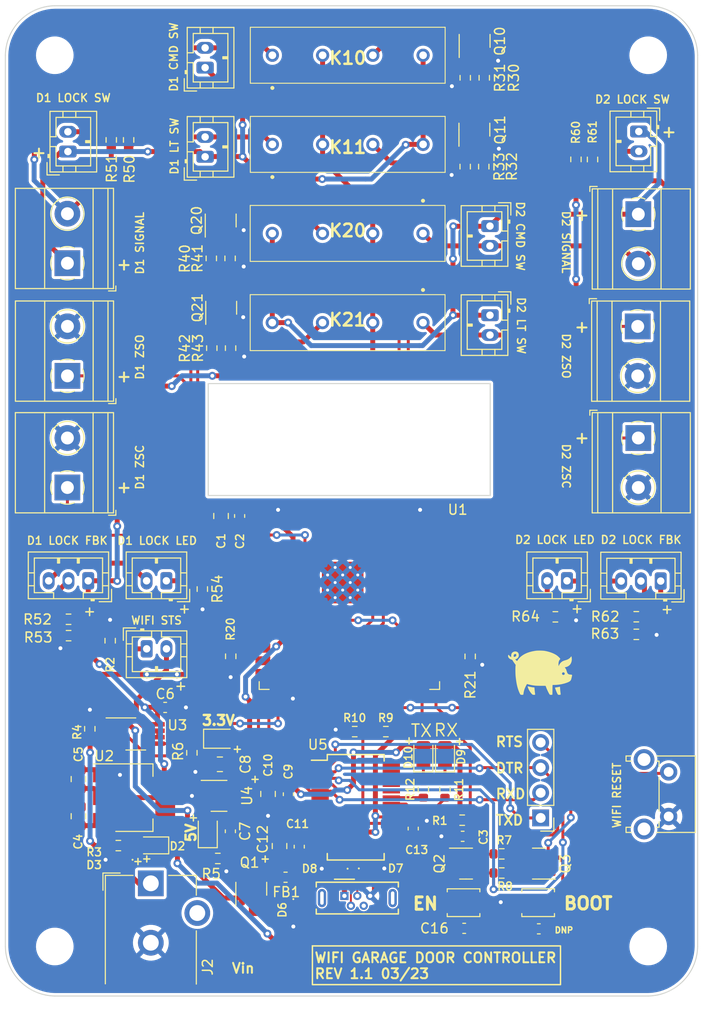
<source format=kicad_pcb>
(kicad_pcb (version 20211014) (generator pcbnew)
  (title_block (title "ESP32 Garage Door Controller") (date "2023-03-23") (rev "1.1"))
  (layers (0 "F.Cu" signal) (31 "B.Cu" power) (34 "B.Paste" user) (35 "F.Paste" user) (36 "B.SilkS" user "B.Silkscreen") (37 "F.SilkS" user "F.Silkscreen") (38 "B.Mask" user) (39 "F.Mask" user) (44 "Edge.Cuts" user))
  (net 0 "")
  (net 1 "+3.3V")
  (net 2 "GND")
  (net 3 "Net-(C4-Pad1)")
  (net 4 "/ESP32 MCU/EN")
  (net 5 "+5V")
  (net 6 "Net-(C7-Pad1)")
  (net 7 "Net-(D4-Pad1)")
  (net 8 "Net-(D5-Pad1)")
  (net 9 "Net-(C13-Pad1)")
  (net 10 "Net-(D6-Pad1)")
  (net 11 "Net-(D9-Pad1)")
  (net 12 "Net-(D10-Pad1)")
  (net 15 "Net-(Q1-Pad1)")
  (net 16 "Net-(Q3-Pad1)")
  (net 17 "Net-(R3-Pad2)")
  (net 18 "Net-(R11-Pad1)")
  (net 19 "Net-(R12-Pad1)")
  (net 20 "/ESP32 MCU/IO2")
  (net 21 "/ESP32 MCU/IO0")
  (net 22 "/Power Supply/VIN")
  (net 26 "unconnected-(U5-Pad26)")
  (net 37 "Net-(R10-Pad2)")
  (net 38 "Net-(Q2-Pad1)")
  (net 39 "/USB-UART Interface/USB_D+")
  (net 40 "/USB-UART Interface/USB_D-")
  (net 41 "/Power Supply/VBUS")
  (net 42 "/ESP32 MCU/RXD")
  (net 43 "/ESP32 MCU/TXD")
  (net 44 "/ESP32 MCU/RTS")
  (net 45 "/ESP32 MCU/DTR")
  (net 46 "/ESP32 MCU/SENSOR_VP")
  (net 47 "/ESP32 MCU/SENSOR_VN")
  (net 48 "/ESP32 MCU/IO34")
  (net 49 "/ESP32 MCU/IO35")
  (net 50 "/ESP32 MCU/IO32")
  (net 51 "/ESP32 MCU/IO33")
  (net 52 "/ESP32 MCU/IO25")
  (net 53 "/ESP32 MCU/IO26")
  (net 54 "/ESP32 MCU/IO27")
  (net 55 "/ESP32 MCU/IO14")
  (net 56 "/ESP32 MCU/IO12")
  (net 57 "/ESP32 MCU/IO13")
  (net 58 "/ESP32 MCU/SHD{slash}SD2")
  (net 59 "/ESP32 MCU/SWP{slash}SD3")
  (net 60 "/ESP32 MCU/SCS{slash}CMD")
  (net 61 "/ESP32 MCU/SCK{slash}CLK")
  (net 62 "/ESP32 MCU/SDO{slash}SD0")
  (net 63 "/ESP32 MCU/SDI{slash}SD1")
  (net 64 "/Garage Door Circuits/D1_SIG")
  (net 65 "/ESP32 MCU/IO16")
  (net 66 "/ESP32 MCU/IO17")
  (net 67 "/ESP32 MCU/IO5")
  (net 68 "/ESP32 MCU/IO18")
  (net 69 "/ESP32 MCU/IO19")
  (net 70 "/ESP32 MCU/IO21")
  (net 71 "/ESP32 MCU/IO22")
  (net 72 "/Garage Door Circuits/D1_COM")
  (net 73 "Net-(J31-Pad1)")
  (net 74 "Net-(K11-Pad3)")
  (net 75 "/Garage Door Circuits/D2_SIG")
  (net 76 "/Garage Door Circuits/D2_COM")
  (net 77 "Net-(J12-Pad2)")
  (net 78 "/ESP32 MCU/WIFI_RES")
  (net 79 "/ESP32 MCU/IO4")
  (net 80 "Net-(J31-Pad2)")
  (net 81 "Net-(J51-Pad1)")
  (net 82 "Net-(J50-Pad2)")
  (net 83 "Net-(J61-Pad2)")
  (net 84 "Net-(K10-Pad3)")
  (net 85 "Net-(K20-Pad3)")
  (net 86 "Net-(K21-Pad3)")
  (net 87 "Net-(Q10-Pad1)")
  (net 88 "Net-(Q11-Pad1)")
  (net 89 "Net-(Q20-Pad1)")
  (net 90 "Net-(Q21-Pad1)")
  (net 91 "Net-(J50-Pad3)")
  (net 92 "Net-(J22-Pad2)")
  (net 93 "Net-(J60-Pad2)")
  (net 94 "Net-(J11-Pad2)")
  (net 95 "Net-(J21-Pad2)")
  (net 96 "Net-(J60-Pad3)")
  (net 97 "/ESP32 MCU/IO23")
  (footprint "TerminalBlock_Phoenix:TerminalBlock_Phoenix_MKDS-1,5-2_1x02_P5.00mm_Horizontal" (layer "F.Cu") (at 118.28 69.375 90)
    (fp_text reference "J101" hide)
    (fp_text value "1935776" hide)
  )
  (footprint "Resistor_SMD:R_0603_1608Metric" (layer "F.Cu") (at 147.325 105.3)
    (fp_text reference "R10")
    (fp_text value "10k" hide)
  )
  (footprint "LED_SMD:LED_0805_2012Metric" (layer "F.Cu") (at 132.467328 115.337139 90)
    (fp_text reference "D4" hide)
    (fp_text value "RED" hide)
  )
  (footprint "Connector_BarrelJack:BarrelJack_CUI_PJ-102AH_Horizontal" (layer "F.Cu") (at 126.71 120.62)
    (fp_text reference "J2")
    (fp_text value "2.1mm" hide)
  )
  (footprint "_USER_Relays:HE3621A0510" (layer "F.Cu") (at 154.23 64 180)
    (fp_text reference "K21")
    (fp_text value "HE3621A0510" hide)
  )
  (footprint "Capacitor_SMD:C_0603_1608Metric" (layer "F.Cu") (at 165.9388 125.2168)
    (fp_text reference "C14" hide)
    (fp_text value "0u" hide)
  )
  (footprint "Resistor_SMD:R_0603_1608Metric" (layer "F.Cu") (at 171.37 47.525 90)
    (fp_text reference "R61")
    (fp_text value "82r5" hide)
  )
  (footprint "Resistor_SMD:R_0603_1608Metric" (layer "F.Cu") (at 134.775 66.575 -90)
    (fp_text reference "R43")
    (fp_text value "10k" hide)
  )
  (footprint "Package_SO:VSSOP-8_3.0x3.0mm_P0.65mm" (layer "F.Cu") (at 125.187 105.538)
    (fp_text reference "U3")
    (fp_text value "LMV358IDGKR" hide)
  )
  (footprint "Capacitor_SMD:C_0603_1608Metric" (layer "F.Cu") (at 158.24 115.872 180)
    (fp_text reference "C3")
    (fp_text value "0.1u" hide)
  )
  (footprint "LED_SMD:LED_0805_2012Metric" (layer "F.Cu") (at 154.267 107.6825 90)
    (fp_text reference "D10")
    (fp_text value "GRN" hide)
  )
  (footprint "Capacitor_SMD:C_0805_2012Metric" (layer "F.Cu") (at 138.5618 111.5944 -90)
    (fp_text reference "C10")
    (fp_text value "4.7u" hide)
  )
  (footprint "Resistor_SMD:R_0603_1608Metric" (layer "F.Cu") (at 132.875 66.575 90)
    (fp_text reference "R42")
    (fp_text value "1k" hide)
  )
  (footprint "Resistor_SMD:R_0603_1608Metric" (layer "F.Cu") (at 158.5 39.275 -90)
    (fp_text reference "R31")
    (fp_text value "10k" hide)
  )
  (footprint "Connector_JST:JST_PH_B2B-PH-K_1x02_P2.00mm_Vertical" (layer "F.Cu") (at 168.79 90.07 180)
    (fp_text reference "J61" hide)
    (fp_text value "Conn_01x02_Male" hide)
  )
  (footprint "Package_SO:SSOP-28_5.3x10.2mm_P0.65mm" (layer "F.Cu") (at 147.4264 112.9406)
    (fp_text reference "U5")
    (fp_text value "CY7C65213-28PVXI" hide)
  )
  (footprint "Package_TO_SOT_SMD:SOT-23" (layer "F.Cu") (at 133.825 62.5 90)
    (fp_text reference "Q21")
    (fp_text value "SI2302A-TP" hide)
  )
  (footprint "Capacitor_SMD:C_0805_2012Metric" (layer "F.Cu") (at 133.6934 108.6012 180)
    (fp_text reference "C8")
    (fp_text value "2.2u" hide)
  )
  (footprint "Resistor_SMD:R_0603_1608Metric" (layer "F.Cu") (at 175.795 93.7)
    (fp_text reference "R62")
    (fp_text value "1k" hide)
  )
  (footprint "Resistor_SMD:R_0603_1608Metric" (layer "F.Cu") (at 120.542 105.018 90)
    (fp_text reference "R4")
    (fp_text value "10k" hide)
  )
  (footprint "Resistor_SMD:R_0603_1608Metric" (layer "F.Cu") (at 130.862128 107.440039 -90)
    (fp_text reference "R6")
    (fp_text value "1k" hide)
  )
  (footprint "Resistor_SMD:R_0603_1608Metric" (layer "F.Cu") (at 156.4514 111.1491 90)
    (fp_text reference "R11")
    (fp_text value "1k" hide)
  )
  (footprint "Connector_JST:JST_PH_B2B-PH-K_1x02_P2.00mm_Vertical" (layer "F.Cu") (at 161 54.25 -90)
    (fp_text reference "J20" hide)
    (fp_text value "Conn_01x02_Male" hide)
  )
  (footprint "Capacitor_SMD:C_0603_1608Metric" (layer "F.Cu") (at 128.1595 102.858)
    (fp_text reference "C6")
    (fp_text value "100n" hide)
  )
  (footprint "LED_SMD:LED_0805_2012Metric" (layer "F.Cu") (at 156.4514 107.6825 90)
    (fp_text reference "D9")
    (fp_text value "GRN" hide)
  )
  (footprint "Resistor_SMD:R_0603_1608Metric" (layer "F.Cu") (at 118.39 93.955 180)
    (fp_text reference "R52")
    (fp_text value "1k" hide)
  )
  (footprint "Capacitor_SMD:C_0603_1608Metric" (layer "F.Cu") (at 153.242 115.093 90)
    (fp_text reference "C13")
    (fp_text value "1u" hide)
  )
  (footprint "Diode_SMD:D_0402_1005Metric" (layer "F.Cu") (at 145.5146 119.1422 180)
    (fp_text reference "D8")
    (fp_text value "5VWM" hide)
  )
  (footprint "Capacitor_SMD:C_0603_1608Metric" (layer "F.Cu") (at 135.688673 83.5261 90)
    (fp_text reference "C2")
    (fp_text value "0.1u" hide)
  )
  (footprint "Resistor_SMD:R_0603_1608Metric" (layer "F.Cu") (at 160.425 39.275 90)
    (fp_text reference "R30")
    (fp_text value "1k" hide)
  )
  (footprint "Resistor_SMD:R_0603_1608Metric" (layer "F.Cu") (at 124.465 45.55 -90)
    (fp_text reference "R50")
    (fp_text value "121R" hide)
  )
  (footprint "TerminalBlock_Phoenix:TerminalBlock_Phoenix_MKDS-1,5-2_1x02_P5.00mm_Horizontal" (layer "F.Cu") (at 176 53.05 -90)
    (fp_text reference "J200" hide)
    (fp_text value "1935776" hide)
  )
  (footprint "_USER_Relays:HE3621A0510" (layer "F.Cu") (at 139 46)
    (fp_text reference "K11")
    (fp_text value "HE3621A0510" hide)
  )
  (footprint "Resistor_SMD:R_0603_1608Metric" (layer "F.Cu") (at 122.6 96.12 90)
    (fp_text reference "R2")
    (fp_text value "470R" hide)
  )
  (footprint "MountingHole:MountingHole_3.2mm_M3" (layer "F.Cu") (at 117 37)
    (fp_text reference "H1" hide)
    (fp_text value "MountingHole" hide)
  )
  (footprint "Capacitor_SMD:C_0805_2012Metric" (layer "F.Cu") (at 139.7234 116.8562 90)
    (fp_text reference "C12")
    (fp_text value "4.7u" hide)
  )
  (footprint "Resistor_SMD:R_0603_1608Metric" (layer "F.Cu") (at 158.495 48.245 -90)
    (fp_text reference "R33")
    (fp_text value "10k" hide)
  )
  (footprint "Resistor_SMD:R_0603_1608Metric" (layer "F.Cu") (at 158.192 114.2444)
    (fp_text reference "R1")
    (fp_text value "10k" hide)
  )
  (footprint "Connector_JST:JST_PH_B2B-PH-K_1x02_P2.00mm_Vertical" (layer "F.Cu") (at 176.05 44.7 -90)
    (fp_text reference "J22" hide)
    (fp_text value "Conn_01x02_Male" hide)
  )
  (footprint "Package_TO_SOT_SMD:SOT-23" (layer "F.Cu") (at 165.9512 118.6284 180)
    (fp_text reference "Q3")
    (fp_text value "SS8050-G" hide)
  )
  (footprint "Capacitor_SMD:C_0805_2012Metric" (layer "F.Cu") (at 133.809073 83.5261 90)
    (fp_text reference "C1")
    (fp_text value "22u" hide)
  )
  (footprint "Connector_JST:JST_PH_B2B-PH-K_1x02_P2.00mm_Vertical" (layer "F.Cu") (at 132.2 47.25 90)
    (fp_text reference "J11" hide)
    (fp_text value "Conn_01x02_Male" hide)
  )
  (footprint "Resistor_SMD:R_0603_1608Metric" (layer "F.Cu") (at 118.395 95.61)
    (fp_text reference "R53")
    (fp_text value "2k" hide)
  )
  (footprint "Package_TO_SOT_SMD:SOT-223-3_TabPin2" (layer "F.Cu") (at 125.0174 111.968)
    (fp_text reference "U2")
    (fp_text value "LDL1117S50R" hide)
  )
  (footprint "Connector_JST:JST_PH_B2B-PH-K_1x02_P2.00mm_Vertical" (layer "F.Cu") (at 126.29 96.94)
    (fp_text reference "J31" hide)
    (fp_text value "Conn_01x02_Male" hide)
  )
  (footprint "MountingHole:MountingHole_3.2mm_M3" (layer "F.Cu") (at 117 127)
    (fp_text reference "H3" hide)
    (fp_text value "MountingHole" hide)
  )
  (footprint "Resistor_SMD:R_0603_1608Metric" (layer "F.Cu") (at 160.375 48.245 90)
    (fp_text reference "R32")
    (fp_text value "1k" hide)
  )
  (footprint "Resistor_SMD:R_0603_1608Metric" (layer "F.Cu") (at 134.725 57.5125 -90)
    (fp_text reference "R41")
    (fp_text value "10k" hide)
  )
  (footprint "Inductor_SMD:L_0603_1608Metric" (layer "F.Cu") (at 140.3329 120.0058 180)
    (fp_text reference "FB1")
    (fp_text value "40R" hide)
  )
  (footprint "Resistor_SMD:R_0603_1608Metric" (layer "F.Cu") (at 132.825 57.5125 90)
    (fp_text reference "R40")
    (fp_text value "1k" hide)
  )
  (footprint "Resistor_SMD:R_0603_1608Metric" (layer "F.Cu") (at 123.425 116.81 180)
    (fp_text reference "R3")
    (fp_text value "10k" hide)
  )
  (footprint "Connector_JST:JST_PH_B3B-PH-K_1x03_P2.00mm_Vertical" (layer "F.Cu") (at 120.38 90.07 180)
    (fp_text reference "J50" hide)
    (fp_text value "Conn_01x03_Male" hide)
  )
  (footprint "Resistor_SMD:R_0603_1608Metric" (layer "F.Cu") (at 175.8 95.48 180)
    (fp_text reference "R63")
    (fp_text value "2k" hide)
  )
  (footprint "Capacitor_SMD:C_0603_1608Metric" (layer "F.Cu") (at 158.3962 125.1664 180)
    (fp_text reference "C16")
    (fp_text value "0.1u" hide)
  )
  (footprint "Resistor_SMD:R_0603_1608Metric" (layer "F.Cu") (at 154.267 111.143 90)
    (fp_text reference "R12")
    (fp_text value "1k" hide)
  )
  (footprint "Diode_SMD:D_0402_1005Metric" (layer "F.Cu") (at 148.8325 119.1168)
    (fp_text reference "D7")
    (fp_text value "5VWM" hide)
  )
  (footprint "Connector_JST:JST_PH_B3B-PH-K_1x03_P2.00mm_Vertical" (layer "F.Cu") (at 178.265 90.095 180)
    (fp_text reference "J60" hide)
    (fp_text value "Conn_01x03_Male" hide)
  )
  (footprint "Connector_PinHeader_2.54mm:PinHeader_1x04_P2.54mm_Vertical" (layer "F.Cu") (at 166.127 114.018 180)
    (fp_text reference "J1" hide)
    (fp_text value "Conn_01x04_Male" hide)
  )
  (footprint "RF_Module:ESP32-WROOM-32" (layer "F.Cu") (at 146.788473 91.1565)
    (fp_text reference "U1")
    (fp_text value "ESP32-WROOM-32D" hide)
  )
  (footprint "Resistor_SMD:R_0603_1608Metric" (layer "F.Cu") (at 150.475 105.3)
    (fp_text reference "R9")
    (fp_text value "4k7" hide)
  )
  (footprint "Button_Switch_SMD:SW_SPST_B3U-1000P" (layer "F.Cu") (at 165.8732 122.5756)
    (fp_text reference "SW1" hide)
    (fp_text value "SW_Push" hide)
  )
  (footprint "Resistor_SMD:R_0603_1608Metric" (layer "F.Cu") (at 131.9175 90.905 -90)
    (fp_text reference "R54")
    (fp_text value "1k" hide)
  )
  (footprint "MountingHole:MountingHole_3.2mm_M3" (layer "F.Cu") (at 177 37)
    (fp_text reference "H2" hide)
    (fp_text value "MountingHole" hide)
  )
  (footprint "Connector_JST:JST_PH_B2B-PH-K_1x02_P2.00mm_Vertical" (layer "F.Cu") (at 161 63.25 -90)
    (fp_text reference "J21" hide)
    (fp_text value "Conn_01x02_Male" hide)
  )
  (footprint "Diode_SMD:D_SOD-323" (layer "F.Cu") (at 127.02 116.79 180)
    (fp_text reference "D2")
    (fp_text value "BAT760,115" hide)
  )
  (footprint "_USER_Relays:HE3621A0510" (layer "F.Cu") (at 139 37)
    (fp_text reference "K10")
    (fp_text value "HE3621A0510" hide)
  )
  (footprint "Connector_JST:JST_PH_B2B-PH-K_1x02_P2.00mm_Vertical" (layer "F.Cu") (at 118.325 46.725 90)
    (fp_text reference "J12" hide)
    (fp_text value "Conn_01x02_Male" hide)
  )
  (footprint "Package_TO_SOT_SMD:SOT-23" (layer "F.Cu") (at 133.775 53.6875 90)
    (fp_text reference "Q20")
    (fp_text value "SI2302A-TP" hide)
  )
  (footprint "LED_SMD:LED_0805_2012Metric" (layer "F.Cu") (at 133.730028 106.017639)
    (fp_text reference "D5" hide)
    (fp_text value "GRN" hide)
  )
  (footprint "Connector_JST:JST_PH_B2B-PH-K_1x02_P2.00mm_Vertical" (layer "F.Cu") (at 132.2 38.25 90)
    (fp_text reference "J10" hide)
    (fp_text value "Conn_01x02_Male" hide)
  )
  (footprint "TerminalBlock_Phoenix:TerminalBlock_Phoenix_MKDS-1,5-2_1x02_P5.00mm_Horizontal" (layer "F.Cu") (at 118.275 58 90)
    (fp_text reference "J100" hide)
    (fp_text value "1935776" hide)
  )
  (footprint "Connector_USB:USB_Micro-B_Wuerth_614105150721_Vertical" (layer "F.Cu") (at 146.287 121.888)
    (fp_text reference "J3" hide)
    (fp_text value "USB_B_Micro" hide)
  )
  (footprint "Capacitor_SMD:C_0603_1608Metric" (layer "F.Cu") (at 134.753328 115.364839 -90)
    (fp_text reference "C7")
    (fp_text value "10n" hide)
  )
  (footprint "Package_TO_SOT_SMD:SOT-23" (layer "F.Cu") (at 159.45 35.55 90)
    (fp_text reference "Q10")
    (fp_text value "SI2302A-TP" hide)
  )
  (footprint "Connector_JST:JST_PH_B2B-PH-K_1x02_P2.00mm_Vertical" (layer "F.Cu") (at 128.28 90.07 180)
    (fp_text reference "J51" hide)
    (fp_text value "Conn_01x02_Male" hide)
  )
  (footprint "Capacitor_SMD:C_0805_2012Metric" (layer "F.Cu") (at 119.392 113.843 90)
    (fp_text reference "C4")
    (fp_text value "1u" hide)
  )
  (footprint "Package_TO_SOT_SMD:SOT-23" (layer "F.Cu") (at 158.5829 118.6284)
    (fp_text reference "Q2")
    (fp_text value "SS8050-G" hide)
  )
  (footprint "Resistor_SMD:R_0603_1608Metric" (layer "F.Cu") (at 162.192 117.648 180)
    (fp_text reference "R7")
    (fp_text value "10k" hide)
  )
  (footprint "TerminalBlock_Phoenix:TerminalBlock_Phoenix_MKDS-1,5-2_1x02_P5.00mm_Horizontal" (layer "F.Cu") (at 176 75.65 -90)
    (fp_text reference "J202" hide)
    (fp_text value "1935776" hide)
  )
  (footprint "Diode_SMD:D_0402_1005Metric" (layer "F.Cu") (at 141.1204 123.3054 -90)
    (fp_text reference "D6")
    (fp_text value "5VWM" hide)
  )
  (footprint "Diode_SMD:D_0402_1005Metric" (layer "F.Cu") (at 123.77 118.24 180)
    (fp_text reference "D3")
    (fp_text value "5VWM" hide)
  )
  (footprint "Resistor_SMD:R_0603_1608Metric" (layer "F.Cu") (at 169.695 47.515 -90)
    (fp_text reference "R60")
    (fp_text value "121R" hide)
  )
  (footprint "Resistor_SMD:R_0603_1608Metric" (layer "F.Cu") (at 162.192 119.5784 180)
    (fp_text reference "R8")
    (fp_text value "10k" hide)
  )
  (footprint "Capacitor_SMD:C_0603_1608Metric" (layer "F.Cu") (at 141.717 116.918 -90)
    (fp_text reference "C11")
    (fp_text value "0.1u" hide)
  )
  (footprint "Package_TO_SOT_SMD:SOT-23" (layer "F.Cu") (at 159.425 44.5125 90)
    (fp_text reference "Q11")
    (fp_text value "SI2302A-TP" hide)
  )
  (footprint "Resistor_SMD:R_0603_1608Metric" (layer "F.Cu") (at 134.79 97.695 -90)
    (fp_text reference "R20")
    (fp_text value "4k7" hide)
  )
  (footprint "MountingHole:MountingHole_3.2mm_M3" (layer "F.Cu") (at 177 127)
    (fp_text reference "H4" hide)
    (fp_text value "MountingHole" hide)
  )
  (footprint "Resistor_SMD:R_0603_1608Metric" (layer "F.Cu") (at 133.483328 118.108039)
    (fp_text reference "R5")
    (fp_text value "1k" hide)
  )
  (footprint "_USER_Relays:HE3621A0510" (layer "F.Cu") (at 154.23 54.99 180)
    (fp_text reference "K20")
    (fp_text value "HE3621A0510" hide)
  )
  (footprint "Resistor_SMD:R_0603_1608Metric" (layer "F.Cu") (at 122.71 45.55 90)
    (fp_text reference "R51")
    (fp_text value "82r5" hide)
  )
  (footprint "Capacitor_SMD:C_0603_1608Metric" (layer "F.Cu") (at 140.6192 111.622 90)
    (fp_text reference "C9")
    (fp_text value "0.1u" hide)
  )
  (footprint "TerminalBlock_Phoenix:TerminalBlock_Phoenix_MKDS-1,5-2_1x02_P5.00mm_Horizontal" (layer "F.Cu") (at 118.275 80.65 90)
    (fp_text reference "J102" hide)
    (fp_text value "1935776" hide)
  )
  (footprint "Resistor_SMD:R_0603_1608Metric" (layer "F.Cu") (at 159 97.705 -90)
    (fp_text reference "R21")
    (fp_text value "4k7" hide)
  )
  (footprint "Button_Switch_SMD:SW_SPST_B3U-1000P" (layer "F.Cu") (at 158.3312 122.5756 180)
    (fp_text reference "SW2" hide)
    (fp_text value "SW_Push" hide)
  )
  (footprint "Capacitor_SMD:C_0805_2012Metric" (layer "F.Cu") (at 119.392 110.093 90)
    (fp_text reference "C5")
    (fp_text value "4u7" hide)
  )
  (footprint "TerminalBlock_Phoenix:TerminalBlock_Phoenix_MKDS-1,5-2_1x02_P5.00mm_Horizontal" (layer "F.Cu") (at 175.94 64.38 -90)
    (fp_text reference "J201" hide)
    (fp_text value "1935776" hide)
  )
  (footprint "LOGO" (layer "F.Cu") (at 166.07 99.35)
    (fp_text reference "G***" hide)
    (fp_text value "LOGO" hide)
  )
  (footprint "Resistor_SMD:R_0603_1608Metric" (layer "F.Cu") (at 167.615 93.71)
    (fp_text reference "R64")
    (fp_text value "1k" hide)
  )
  (footprint "Button_Switch_THT:SW_Tactile_SPST_Angled_PTS645Vx58-2LFS" (layer "F.Cu") (at 179.07 109.37 -90)
    (fp_text reference "SW30" hide)
    (fp_text value "SW_Push" hide)
  )
  (footprint "Package_TO_SOT_SMD:SOT-23-5" (layer "F.Cu") (at 133.6045 111.786689)
    (fp_text reference "U4")
    (fp_text value "SPX3819M5-L-3-3" hide)
  )
  (footprint "Package_TO_SOT_SMD:SOT-23" (layer "F.Cu") (at 136.867 121.168 90)
    (fp_text reference "Q1")
    (fp_text value "DMP2110U-7" hide)
  )
  (gr_rect (start 143.0475 126.94) (end 168.1325 130.85) (layer "F.SilkS") (width 0.15) (fill none))
  (gr_line (start 117 132) (end 177 132) (layer "Edge.Cuts") (width 0.1))
  (gr_arc (start 117 132) (mid 113.489934 130.510066) (end 112 127) (layer "Edge.Cuts") (width 0.1))
  (gr_line (start 132.515473 81.4545) (end 161.025473 81.4545) (layer "Edge.Cuts") (width 0.1))
  (gr_line (start 161.025473 70.1545) (end 132.515473 70.1545) (layer "Edge.Cuts") (width 0.1))
  (gr_arc (start 177 32) (mid 180.510066 33.489934) (end 182 37) (layer "Edge.Cuts") (width 0.1))
  (gr_arc (start 182 127) (mid 180.510066 130.510066) (end 177 132) (layer "Edge.Cuts") (width 0.1))
  (gr_line (start 132.515473 70.1545) (end 132.515473 81.4545) (layer "Edge.Cuts") (width 0.1))
  (gr_line (start 182 37) (end 182 127) (layer "Edge.Cuts") (width 0.1))
  (gr_arc (start 112 37) (mid 113.489934 33.489934) (end 117 32) (layer "Edge.Cuts") (width 0.1))
  (gr_line (start 112 127) (end 112 37) (layer "Edge.Cuts") (width 0.1))
  (gr_line (start 177 32) (end 117 32) (layer "Edge.Cuts") (width 0.1))
  (gr_line (start 161.025473 81.4545) (end 161.025473 70.1545) (layer "Edge.Cuts") (width 0.1))
  (gr_text "D2 LOCK LED" (at 167.57 85.93) (layer "F.SilkS") (effects (font (size 0.8 0.8))))
  (gr_text "+" (at 170.3 53.1) (layer "F.SilkS") (effects (font (size 1.2 1.2) (thickness 0.2))))
  (gr_text "+" (at 126.3 118.1) (layer "F.SilkS") (effects (font (size 0.8 0.8))))
  (gr_text "D2 ZSO" (at 168.7 67.375 270) (layer "F.SilkS") (effects (font (size 0.8 0.8))))
  (gr_text "D2 LT SW" (at 164.15 64.3 270) (layer "F.SilkS") (effects (font (size 0.8 0.8))))
  (gr_text "D2 LOCK SW" (at 175.41 41.46) (layer "F.SilkS") (effects (font (size 0.8 0.8))))
  (gr_text "WIFI STS" (at 127.29 94.07) (layer "F.SilkS") (effects (font (size 0.8 0.8))))
  (gr_text "+" (at 120.52 93.13) (layer "F.SilkS") (effects (font (size 1 1))))
  (gr_text "D1 ZSC" (at 125.6 78.6 90) (layer "F.SilkS") (effects (font (size 0.8 0.8))))
  (gr_text "D2 LOCK FBK" (at 176.28 85.93) (layer "F.SilkS") (effects (font (size 0.8 0.8))))
  (gr_text "+" (at 152.8226 106.29 180) (layer "F.SilkS") (effects (font (size 0.8 0.8))))
  (gr_text "BOOT" (at 170.9296 122.6518) (layer "F.SilkS") (effects (font (size 1.25 1.25) (thickness 0.3))))
  (gr_text "D1 ZSO" (at 125.6 67.475 90) (layer "F.SilkS") (effects (font (size 0.8 0.8))))
  (gr_text "+" (at 129.74 100.65) (layer "F.SilkS") (effects (font (size 1 1))))
  (gr_text "DNP" (at 168.48 125.35) (layer "F.SilkS") (effects (font (size 0.6 0.6))))
  (gr_text "+" (at 135.515328 107.084439 270) (layer "F.SilkS") (effects (font (size 0.8 0.8))))
  (gr_text "WIFI RESET" (at 173.83 111.74 90) (layer "F.SilkS") (effects (font (size 0.8 0.8))))
  (gr_text "+" (at 138.2756 118.2278 180) (layer "F.SilkS") (effects (font (size 0.8 0.8))))
  (gr_text "+" (at 115.4 46.8) (layer "F.SilkS") (effects (font (size 1.2 1.2) (thickness 0.2))))
  (gr_text "D1 CMD SW" (at 129.03 37.18 90) (layer "F.SilkS") (effects (font (size 0.8 0.8))))
  (gr_text "+" (at 170.3 64.4) (layer "F.SilkS") (effects (font (size 1.2 1.2) (thickness 0.2))))
  (gr_text "D2 CMD SW" (at 164.06 55.27 270) (layer "F.SilkS") (effects (font (size 0.8 0.8))))
  (gr_text "+" (at 124 58.1) (layer "F.SilkS") (effects (font (size 1.2 1.2) (thickness 0.2))))
  (gr_text "+" (at 137.25 110.18 180) (layer "F.SilkS") (effects (font (size 0.8 0.8))))
  (gr_text "D2 ZSC" (at 168.7 78.5 270) (layer "F.SilkS") (effects (font (size 0.8 0.8))))
  (gr_text "TX" (at 154.0638 105.2116) (layer "F.SilkS") (effects (font (size 1.25 1.25))))
  (gr_text "WIFI GARAGE DOOR CONTROLLER\nREV 1.1 03/23" (at 143.1725 128.945) (layer "F.SilkS") (effects (font (size 1 1) (thickness 0.2)) (justify left)))
  (gr_text "+" (at 124 69.4) (layer "F.SilkS") (effects (font (size 1.2 1.2) (thickness 0.2))))
  (gr_text "D2 SIGNAL" (at 168.7 55.875 270) (layer "F.SilkS") (effects (font (size 0.8 0.8))))
  (gr_text "+" (at 169.81 92.84) (layer "F.SilkS") (effects (font (size 1 1))))
  (gr_text "TXD" (at 161.487 114.248) (layer "F.SilkS") (effects (font (size 1 1) (thickness 0.2)) (justify left)))
  (gr_text "+" (at 125.41 118.365) (layer "F.SilkS") (effects (font (size 0.8 0.8))))
  (gr_text "+" (at 157.9246 106.3617 180) (layer "F.SilkS") (effects (font (size 0.8 0.8))))
  (gr_text "Vin" (at 134.8 129.2) (layer "F.SilkS") (effects (font (size 1 1) (thickness 0.2)) (justify left)))
  (gr_text "EN" (at 154.4704 122.6772) (layer "F.SilkS") (effects (font (size 1.25 1.25) (thickness 0.3))))
  (gr_text "+" (at 124 80.6) (layer "F.SilkS") (effects (font (size 1.2 1.2) (thickness 0.2))))
  (gr_text "D1 LT SW" (at 129.09 46.18 90) (layer "F.SilkS") (effects (font (size 0.8 0.8))))
  (gr_text "3.3V" (at 133.54 104.168) (layer "F.SilkS") (effects (font (size 1 1) (thickness 0.25))))
  (gr_text "+" (at 130.11 92.87) (layer "F.SilkS") (effects (font (size 1 1))))
  (gr_text "5V" (at 130.767 115.518 90) (layer "F.SilkS") (effects (font (size 1 1) (thickness 0.25))))
  (gr_text "RXD" (at 161.477 111.598) (layer "F.SilkS") (effects (font (size 1 1) (thickness 0.2)) (justify left)))
  (gr_text "RTS" (at 161.477 106.328) (layer "F.SilkS") (effects (font (size 1 1) (thickness 0.2)) (justify left)))
  (gr_text "+" (at 170.3 75.6) (layer "F.SilkS") (effects (font (size 1.2 1.2) (thickness 0.2))))
  (gr_text "DTR" (at 161.477 108.988) (layer "F.SilkS") (effects (font (size 1 1) (thickness 0.2)) (justify left)))
  (gr_text "D1 LOCK SW" (at 118.87 41.31) (layer "F.SilkS") (effects (font (size 0.8 0.8))))
  (gr_text "D1 SIGNAL" (at 125.6 55.975 90) (layer "F.SilkS") (effects (font (size 0.8 0.8))))
  (gr_text "RX" (at 156.553 105.1608) (layer "F.SilkS") (effects (font (size 1.25 1.25))))
  (gr_text "+" (at 131.014528 113.954828) (layer "F.SilkS") (effects (font (size 0.8 0.8))))
  (gr_text "+" (at 179.1 44.7) (layer "F.SilkS") (effects (font (size 1.2 1.2) (thickness 0.2))))
  (gr_text "D1 LOCK FBK" (at 118.26 86.01) (layer "F.SilkS") (effects (font (size 0.8 0.8))))
  (gr_text "+" (at 178.91 92.91) (layer "F.SilkS") (effects (font (size 1 1))))
  (gr_text "D1 LOCK LED" (at 127.35 86.02) (layer "F.SilkS") (effects (font (size 0.8 0.8))))
  (segment (start 139.387975 96.7045) (end 139.415473 96.7045) (width 0.5) (layer "F.Cu") (net 1))
  (segment (start 136.7008 109.9268) (end 136.7008 110.471578) (width 0.5) (layer "F.Cu") (net 1))
  (segment (start 134.742 110.836689) (end 136.335689 110.836689) (width 0.5) (layer "F.Cu") (net 1))
  (segment (start 126.337 107.748) (end 123.802 105.213) (width 0.3) (layer "F.Cu") (net 1))
  (segment (start 157.967 107.398) (end 157.314 106.745) (width 0.5) (layer "F.Cu") (net 1))
  (segment (start 137.913873 84.3011) (end 138.038473 84.1765) (width 0.5) (layer "F.Cu") (net 1))
  (segment (start 128.997 107.748) (end 126.337 107.748) (width 0.3) (layer "F.Cu") (net 1))
  (segment (start 156.4514 106.745) (end 154.267 106.745) (width 0.5) (layer "F.Cu") (net 1))
  (segment (start 145.083939 110.6656) (end 145.616339 111.198) (width 0.3) (layer "F.Cu") (net 1))
  (segment (start 134.367 110.118) (end 134.621328 110.372328) (width 0.3) (layer "F.Cu") (net 1))
  (segment (start 134.621328 108.608439) (end 134.621328 109.663672) (width 0.5) (layer "F.Cu") (net 1))
  (segment (start 152.155 106.745) (end 151.5 107.4) (width 0.5) (layer "F.Cu") (net 1))
  (segment (start 136.7008 109.9268) (end 136.7008 110.8268) (width 0.5) (layer "F.Cu") (net 1))
  (segment (start 136.7008 109.9268) (end 136.7008 110.389178) (width 0.5) (layer "F.Cu") (net 1))
  (segment (start 123.802 105.213) (end 122.987 105.213) (width 0.3) (layer "F.Cu") (net 1))
  (segment (start 147.2 107.4) (end 147.2 110.565) (width 0.5) (layer "F.Cu") (net 1))
  (segment (start 139.617473 84.1765) (end 138.038473 84.1765) (width 0.5) (layer "F.Cu") (net 1))
  (segment (start 136.7008 102.1808) (end 136.29 101.77) (width 0.5) (layer "F.Cu") (net 1))
  (segment (start 140.4166 110.6444) (end 140.6192 110.847) (width 0.5) (layer "F.Cu") (net 1))
  (segment (start 134.167 110.118) (end 134.621328 109.663672) (width 0.3) (layer "F.Cu") (net 1))
  (segment (start 134.621328 108.608439) (end 134.621328 106.063839) (width 0.5) (layer "F.Cu") (net 1))
  (segment (start 134.023311 110.118) (end 134.167 110.118) (width 0.3) (layer "F.Cu") (net 1))
  (segment (start 154.267 106.745) (end 152.155 106.745) (width 0.5) (layer "F.Cu") (net 1))
  (segment (start 143.8264 110.6656) (end 145.083939 110.6656) (width 0.3) (layer "F.Cu") (net 1))
  (segment (start 138.5618 110.6444) (end 138.3434 110.6444) (width 0.5) (layer "F.Cu") (net 1))
  (segment (start 134.621328 109.663672) (end 134.621328 110.372328) (width 0.5) (layer "F.Cu") (net 1))
  (segment (start 134.023311 110.118) (end 130.567 110.118) (width 0.3) (layer "F.Cu") (net 1))
  (segment (start 140.6192 110.847) (end 141.1056 110.847) (width 0.5) (layer "F.Cu") (net 1))
  (segment (start 157.967 112.798) (end 157.967 107.398) (width 0.5) (layer "F.Cu") (net 1))
  (segment (start 136.7008 110.8268) (end 136.710689 110.836689) (width 0.5) (layer "F.Cu") (net 1))
  (segment (start 157.367 114.2444) (end 157.367 113.398) (width 0.5) (layer "F.Cu") (net 1))
  (segment (start 136.7008 109.9268) (end 136.7008 102.1808) (width 0.5) (layer "F.Cu") (net 1))
  (segment (start 129.742 108.493) (end 128.997 107.748) (width 0.3) (layer "F.Cu") (net 1))
  (segment (start 133.809073 84.4761) (end 135.513673 84.4761) (width 0.5) (layer "F.Cu") (net 1))
  (segment (start 134.023311 110.118) (end 134.367 110.118) (width 0.3) (layer "F.Cu") (net 1))
  (segment (start 138.5618 110.6444) (end 140.4166 110.6444) (width 0.5) (layer "F.Cu") (net 1))
  (segment (start 157.367 113.398) (end 157.967 112.798) (width 0.5) (layer "F.Cu") (net 1))
  (segment (start 137.148311 110.836689) (end 138.369511 110.836689) (width 0.5) (layer "F.Cu") (net 1))
  (segment (start 134.621328 110.372328) (end 134.621328 110.716017) (width 0.5) (layer "F.Cu") (net 1))
  (segment (start 134.023311 110.118) (end 134.742 110.836689) (width 0.3) (layer "F.Cu") (net 1))
  (segment (start 141.085473 85.6445) (end 139.617473 84.1765) (width 0.5) (layer "F.Cu") (net 1))
  (segment (start 136.7008 110.389178) (end 137.148311 110.836689) (width 0.5) (layer "F.Cu") (net 1))
  (segment (start 138.369511 110.836689) (end 138.5618 110.6444) (width 0.5) (layer "F.Cu") (net 1))
  (segment (start 136.7008 110.471578) (end 136.335689 110.836689) (width 0.5) (layer "F.Cu") (net 1))
  (segment (start 129.742 109.293) (end 129.742 108.493) (width 0.3) (layer "F.Cu") (net 1))
  (segment (start 136.710689 110.836689) (end 137.148311 110.836689) (width 0.5) (layer "F.Cu") (net 1))
  (segment (start 141.1056 110.847) (end 141.8824 111.6238) (width 0.5) (layer "F.Cu") (net 1))
  (segment (start 130.567 110.118) (end 129.742 109.293) (width 0.3) (layer "F.Cu") (net 1))
  (segment (start 145.616339 111.198) (end 146.567 111.198) (width 0.3) (layer "F.Cu") (net 1))
  (segment (start 147.2 110.565) (end 146.567 111.198) (width 0.5) (layer "F.Cu") (net 1))
  (segment (start 139.415473 96.7045) (end 141.085473 95.0345) (width 0.5) (layer "F.Cu") (net 1))
  (segment (start 157.314 106.745) (end 156.4514 106.745) (width 0.5) (layer "F.Cu") (net 1))
  (segment (start 136.335689 110.836689) (end 136.710689 110.836689) (width 0.5) (layer "F.Cu") (net 1))
  (segment (start 135.688673 84.3011) (end 137.913873 84.3011) (width 0.5) (layer "F.Cu") (net 1))
  (segment (start 134.621328 110.716017) (end 134.742 110.836689) (width 0.5) (layer "F.Cu") (net 1))
  (segment (start 135.513673 84.4761) (end 135.688673 84.3011) (width 0.5) (layer "F.Cu") (net 1))
  (segment (start 141.085473 95.0345) (end 141.085473 85.6445) (width 0.5) (layer "F.Cu") (net 1))
  (via (at 147.2 107.4) (size 0.8) (drill 0.4) (layers "F.Cu" "B.Cu") (net 1))
  (via (at 139.387975 96.7045) (size 0.8) (drill 0.4) (layers "F.Cu" "B.Cu") (net 1))
  (via (at 146.567 111.198) (size 0.8) (drill 0.4) (layers "F.Cu" "B.Cu") (net 1))
  (via (at 141.8824 111.6238) (size 0.8) (drill 0.4) (layers "F.Cu" "B.Cu") (net 1))
  (via (at 151.5 107.4) (size 0.8) (drill 0.4) (layers "F.Cu" "B.Cu") (net 1))
  (via (at 136.29 101.77) (size 0.8) (drill 0.4) (layers "F.Cu" "B.Cu") (net 1))
  (segment (start 145.177 111.388) (end 145.367 111.198) (width 0.5) (layer "B.Cu") (net 1))
  (segment (start 151.5 107.4) (end 147.2 107.4) (width 0.5) (layer "B.Cu") (net 1))
  (segment (start 136.656237 99.436237) (end 136.29 99.802474) (width 0.5) (layer "B.Cu") (net 1))
  (segment (start 141.8824 111.6238) (end 144.9412 111.6238) (width 0.5) (layer "B.Cu") (net 1))
  (segment (start 144.9412 111.6238) (end 145.177 111.388) (width 0.5) (layer "B.Cu") (net 1))
  (segment (start 136.387 99.705475) (end 137.246237 98.846237) (width 0.5) (layer "B.Cu") (net 1))
  (segment (start 145.367 111.198) (end 146.567 111.198) (width 0.5) (layer "B.Cu") (net 1))
  (segment (start 137.246237 98.846237) (end 139.387975 96.7045) (width 0.5) (layer "B.Cu") (net 1))
  (segment (start 136.656237 99.436237) (end 137.246237 98.846237) (width 0.5) (layer "B.Cu") (net 1))
  (segment (start 136.387 99.705474) (end 136.656237 99.436237) (width 0.5) (layer "B.Cu") (net 1))
  (segment (start 136.29 99.802474) (end 136.29 101.77) (width 0.5) (layer "B.Cu") (net 1))
  (segment (start 162.1412 122.5756) (end 162.0904 122.5248) (width 0.5) (layer "F.Cu") (net 2))
  (segment (start 135.688673 82.7511) (end 133.984073 82.7511) (width 0.5) (layer "F.Cu") (net 2))
  (segment (start 141.4802 115.9062) (end 141.717 116.143) (width 0.5) (layer "F.Cu") (net 2))
  (segment (start 134.753328 116.139839) (end 134.753328 117.663039) (width 0.5) (layer "F.Cu") (net 2))
  (segment (start 169.36 93.71) (end 169.71 94.06) (width 0.5) (layer "F.Cu") (net 2))
  (segment (start 143.9928 119.1422) (end 143.992 119.143) (width 0.5) (layer "F.Cu") (net 2))
  (segment (start 121.8674 109.668) (end 123.588 109.668) (width 0.5) (layer "F.Cu") (net 2))
  (segment (start 121.3424 109.143) (end 121.8674 109.668) (width 0.5) (layer "F.Cu") (net 2))
  (segment (start 139.7234 114.9658) (end 138.5618 113.8042) (width 0.5) (layer "F.Cu") (net 2))
  (segment (start 131.205528 108.608439) (end 130.862128 108.265039) (width 0.5) (layer "F.Cu") (net 2))
  (segment (start 131.9175 92.9275) (end 131.94 92.95) (width 0.5) (layer "F.Cu") (net 2))
  (segment (start 123.285 118.24) (end 122.135 118.24) (width 0.5) (layer "F.Cu") (net 2))
  (segment (start 160.0312 122.5756) (end 160.0312 124.3064) (width 0.5) (layer "F.Cu") (net 2))
  (segment (start 177.8 95.48) (end 177.85 95.53) (width 0.5) (layer "F.Cu") (net 2))
  (segment (start 149.3175 119.1168) (end 150.3158 119.1168) (width 0.5) (layer "F.Cu") (net 2))
  (segment (start 132.721328 108.608439) (end 131.205528 108.608439) (width 0.5) (layer "F.Cu") (net 2))
  (segment (start 130.873311 111.786689) (end 130.867 111.793) (width 0.5) (layer "F.Cu") (net 2))
  (segment (start 143.8264 112.6156) (end 140.8378 112.6156) (width 0.3) (layer "F.Cu") (net 2))
  (segment (start 134.79 98.52) (end 134.79 99.79) (width 0.5) (layer "F.Cu") (net 2))
  (segment (start 133.984073 82.7511) (end 133.809073 82.5761) (width 0.5) (layer "F.Cu") (net 2))
  (segment (start 155.538473 82.9065) (end 153.937473 82.9065) (width 0.5) (layer "F.Cu") (net 2))
  (segment (start 131.9175 91.73) (end 131.9175 92.9275) (width 0.5) (layer "F.Cu") (net 2))
  (segment (start 130.862128 109.013128) (end 131.217 109.368) (width 0.5) (layer "F.Cu") (net 2))
  (segment (start 134.725 58.3375) (end 136.1 58.3375) (width 0.5) (layer "F.Cu") (net 2))
  (segment (start 132.467 111.786689) (end 130.873311 111.786689) (width 0.5) (layer "F.Cu") (net 2))
  (segment (start 118.542 109.143) (end 119.392 109.143) (width 0.5) (layer "F.Cu") (net 2))
  (segment (start 134.725 54.625) (end 136.0625 54.625) (width 0.5) (layer "F.Cu") (net 2))
  (segment (start 119.392 109.143) (end 121.3424 109.143) (width 0.5) (layer "F.Cu") (net 2))
  (segment (start 153.937473 82.9065) (end 153.935473 82.9045) (width 0.5) (layer "F.Cu") (net 2))
  (segment (start 134.308328 119.367217) (end 134.346528 119.405417) (width 0.5) (layer "F.Cu") (net 2))
  (segment (start 164.1732 122.5756) (end 162.1412 122.5756) (width 0.5) (layer "F.Cu") (net 2))
  (segment (start 141.078473 100.6665) (end 141.078473 101.9615) (width 0.5) (layer "F.Cu") (net 2))
  (segment (start 154.6012 114.318) (end 154.6136 114.3056) (width 0.5) (layer "F.Cu") (net 2))
  (segment (start 134.308328 118.108039) (end 134.308328 119.367217) (width 0.5) (layer "F.Cu") (net 2))
  (segment (start 119.392 112.893) (end 118.892 112.893) (width 0.5) (layer "F.Cu") (net 2))
  (segment (start 141.078473 101.9615) (end 141.073473 101.9665) (width 0.5) (layer "F.Cu") (net 2))
  (segment (start 122.6 94.02) (end 122.59 94.01) (width 0.5) (layer "F.Cu") (net 2))
  (segment (start 176.625 95.48) (end 177.8 95.48) (width 0.5) (layer "F.Cu") (net 2))
  (segment (start 157.465 115.872) (end 156.09 115.872) (width 0.5) (layer "F.Cu") (net 2))
  (segment (start 164.1732 124.2262) (end 165.1638 125.2168) (width 0.5) (layer "F.Cu") (net 2))
  (segment (start 160.0312 124.3064) (end 159.1712 125.1664) (width 0.5) (layer "F.Cu") (net 2))
  (segment (start 134.775 67.4) (end 136.125 67.4) (width 0.5) (layer "F.Cu") (net 2))
  (segment (start 128.9345 102.858) (end 130.2595 102.858) (width 0.5) (layer "F.Cu") (net 2))
  (segment (start 117.992 109.693) (end 118.542 109.143) (width 0.5) (layer "F.Cu") (net 2))
  (segment (start 135.844073 82.9065) (end 135.688673 82.7511) (width 0.5) (layer "F.Cu") (net 2))
  (segment (start 134.753328 117.663039) (end 134.308328 118.108039) (width 0.5) (layer "F.Cu") (net 2))
  (segment (start 139.573473 82.9065) (end 139.575473 82.9045) (width 0.5) (layer "F.Cu") (net 2))
  (segment (start 117.992 111.993) (end 117.992 109.693) (width 0.5) (layer "F.Cu") (net 2))
  (segment (start 138.038473 82.9065) (end 139.573473 82.9065) (width 0.5) (layer "F.Cu") (net 2))
  (segment (start 153.242 114.318) (end 154.6012 114.318) (width 0.5) (layer "F.Cu") (net 2))
  (segment (start 122.6 95.295) (end 122.6 94.02) (width 0.5) (layer "F.Cu") (net 2))
  (segment (start 130.862128 108.265039) (end 130.862128 109.013128) (width 0.5) (layer "F.Cu") (net 2))
  (segment (start 160.2 98.53) (end 160.22 98.55) (width 0.5) (layer "F.Cu") (net 2))
  (segment (start 149.3175 119.1168) (end 149.3175 121.4575) (width 0.5) (layer "F.Cu") (net 2))
  (segment (start 122.702 109.668) (end 123.145 109.225) (width 0.5) (layer "F.Cu") (net 2))
  (segment (start 117.57 95.61) (end 117.57 96.88) (width 0.5) (layer "F.Cu") (net 2))
  (segment (start 149.3175 121.4575) (end 148.887 121.888) (width 0.5) (layer "F.Cu") (net 2))
  (segment (start 122.99 109.07) (end 123.145 109.225) (width 0.5) (layer "F.Cu") (net 2))
  (segment (start 146.5 105.3) (end 145.6 105.3) (width 0.5) (layer "F.Cu") (net 2))
  (segment (start 118.892 112.893) (end 117.992 111.993) (width 0.5) (layer "F.Cu") (net 2))
  (segment (start 160.7625 36.4875) (end 161.825 37.55) (width 0.5) (layer "F.Cu") (net 2))
  (segment (start 123.145 109.225) (end 123.59 109.67) (width 0.5) (layer "F.Cu") (net 2))
  (segment (start 152.3444 115.2156) (end 153.242 114.318) (width 0.3) (layer "F.Cu") (net 2))
  (segment (start 160.0312 122.5756) (end 162.0396 122.5756) (width 0.5) (layer "F.Cu") (net 2))
  (segment (start 134.775 63.4375) (end 136.0375 63.4375) (width 0.5) (layer "F.Cu") (net 2))
  (segment (start 160.4 36.4875) (end 160.7625 36.4875) (width 0.5) (layer "F.Cu") (net 2))
  (segment (start 159 98.53) (end 160.2 98.53) (width 0.5) (layer "F.Cu") (net 2))
  (segment (start 138.5618 112.5444) (end 140.4718 112.5444) (width 0.5) (layer "F.Cu") (net 2))
  (segment (start 145.0296 119.1422) (end 143.9928 119.1422) (width 0.5) (layer "F.Cu") (net 2))
  (segment (start 122.99 108.8) (end 122.99 108.44) (width 0.5) (layer "F.Cu") (net 2))
  (segment (start 120.542 103.098) (end 120.55 103.09) (width 0.5) (layer "F.Cu") (net 2))
  (segment (start 151.0264 115.2156) (end 152.3444 115.2156) (width 0.3) (layer "F.Cu") (net 2))
  (segment (start 121.8674 109.668) (end 122.122 109.668) (width 0.5) (layer "F.Cu") (net 2))
  (segment (start 140.8378 112.6156) (end 140.6192 112.397) (width 0.3) (layer "F.Cu") (net 2))
  (segment (start 138.038473 82.9065) (end 135.844073 82.9065) (width 0.5) (layer "F.Cu") (net 2))
  (segment (start 158.5 40.1) (end 157.175 40.1) (width 0.5) (layer "F.Cu") (net 2))
  (segment (start 151.0264 113.2656) (end 152.1896 113.2656) (width 0.3) (layer "F.Cu") (net 2))
  (segment (start 162.0396 122.5756) (end 162.0904 122.5248) (width 0.5) (layer "F.Cu") (net 2))
  (segment (start 158.495 49.07) (end 157.1425 49.07) (width 0.5) (layer "F.Cu") (net 2))
  (segment (start 136.125 67.4) (end 136.15 67.425) (width 0.5) (layer "F.Cu") (net 2))
  (segment (start 122.122 109.668) (end 122.99 108.8) (width 0.5) (layer "F.Cu") (net 2))
  (segment (start 139.7234 115.9062) (end 139.7234 114.9658) (width 0.5) (layer "F.Cu") (net 2))
  (segment (start 139.7234 115.9062) (end 141.4802 115.9062) (width 0.5) (layer "F.Cu") (net 2))
  (segment (start 138.5618 112.5444) (end 138.5618 113.8042) (width 0.5) (layer "F.Cu") (net 2))
  (segment (start 140.4718 112.5444) (end 140.6192 112.397) (width 0.5) (layer "F.Cu") (net 2))
  (segment (start 141.1204 123.7904) (end 141.1204 124.9842) (width 0.5) (layer "F.Cu") (net 2))
  (segment (start 145.6 105.3) (end 145.4 105.1) (width 0.5) (layer "F.Cu") (net 2))
  (segment (start 122.99 108.44) (end 122.99 106.538) (width 0.5) (layer "F.Cu") (net 2))
  (segment (start 120.542 104.193) (end 120.542 103.098) (width 0.5) (layer "F.Cu") (net 2))
  (segment (start 123.588 109.668) (end 123.59 109.67) (width 0.5) (layer "F.Cu") (net 2))
  (segment (start 152.1896 113.2656) (end 153.242 114.318) (width 0.3) (layer "F.Cu") (net 2))
  (segment (start 160.375 45.45) (end 160.9125 45.45) (width 0.5) (layer "F.Cu") (net 2))
  (segment (start 164.1732 122.5756) (end 164.1732 124.2262) (width 0.5) (layer "F.Cu") (net 2))
  (segment (start 122.99 108.44) (end 122.99 109.07) (width 0.5) (layer "F.Cu") (net 2))
  (segment (start 121.8674 109.668) (end 122.702 109.668) (width 0.5) (layer "F.Cu") (net 2))
  (segment (start 136.0375 63.4375) (end 136.05 63.45) (width 0.5) (layer "F.Cu") (net 2))
  (segment (start 150.3158 119.1168) (end 150.317 119.118) (width 0.5) (layer "F.Cu") (net 2))
  (segment (start 136.0625 54.625) (end 136.1 54.6625) (width 0.5) (layer "F.Cu") (net 2))
  (segment (start 122.99 106.538) (end 122.987 106.538) (width 0.5) (layer "F.Cu") (net 2))
  (segment (start 160.9125 45.45) (end 161.9 46.4375) (width 0.5) (layer "F.Cu") (net 2))
  (segment (start 168.44 93.71) (end 169.36 93.71) (width 0.5) (layer "F.Cu") (net 2))
  (via (at 177.85 95.53) (size 0.8) (drill 0.4) (layers "F.Cu" "B.Cu") (net 2))
  (via (at 134.346528 119.405417) (size 0.8) (drill 0.4) (layers "F.Cu" "B.Cu") (net 2))
  (via (at 143.992 119.143) (size 0.8) (drill 0.4) (layers "F.Cu" "B.Cu") (net 2))
  (via (at 157.125 49.0875) (size 0.8) (drill 0.4) (layers "F.Cu" "B.Cu") (net 2))
  (via (at 120.55 103.09) (size 0.8) (drill 0.4) (layers "F.Cu" "B.Cu") (net 2))
  (via (at 145.4 105.1) (size 0.8) (drill 0.4) (layers "F.Cu" "B.Cu") (net 2))
  (via (at 141.073473 101.9665) (size 0.8) (drill 0.4) (layers "F.Cu" "B.Cu") (net 2))
  (via (at 130.2595 102.858) (size 0.8) (drill 0.4) (layers "F.Cu" "B.Cu") (net 2))
  (via (at 156.09 115.872) (size 0.8) (drill 0.4) (layers "F.Cu" "B.Cu") (net 2))
  (via (at 157.15 40.125) (size 0.8) (drill 0.4) (layers "F.Cu" "B.Cu") (net 2))
  (via (at 161.9 46.4375) (size 0.8) (drill 0.4) (layers "F.Cu" "B.Cu") (net 2))
  (via (at 136.05 63.45) (size 0.8) (drill 0.4) (layers "F.Cu" "B.Cu") (net 2))
  (via (at 153.935473 82.9045) (size 0.8) (drill 0.4) (layers "F.Cu" "B.Cu") (net 2))
  (via (at 131.217 109.368) (size 0.8) (drill 0.4) (layers "F.Cu" "B.Cu") (net 2))
  (via (at 138.5618 113.8042) (size 0.8) (drill 0.4) (layers "F.Cu" "B.Cu") (net 2))
  (via (at 150.317 119.118) (size 0.8) (drill 0.4) (layers "F.Cu" "B.Cu") (net 2))
  (via (at 162.0904 122.5248) (size 0.8) (drill 0.4) (layers "F.Cu" "B.Cu") (net 2))
  (via (at 134.78 99.8) (size 0.8) (drill 0.4) (layers "F.Cu" "B.Cu") (net 2))
  (via (at 131.94 92.95) (size 0.8) (drill 0.4) (layers "F.Cu" "B.Cu") (net 2))
  (via (at 141.1204 124.9842) (size 0.8) (drill 0.4) (layers "F.Cu" "B.Cu") (net 2))
  (via (at 161.825 37.55) (size 0.8) (drill 0.4) (layers "F.Cu" "B.Cu") (net 2))
  (via (at 154.6136 114.3056) (size 0.8) (drill 0.4) (layers "F.Cu" "B.Cu") (net 2))
  (via (at 123.59 109.67) (size 0.8) (drill 0.4) (layers "F.Cu" "B.Cu") (net 2))
  (via (at 122.59 94.01) (size 0.8) (drill 0.4) (layers "F.Cu" "B.Cu") (net 2))
  (via (at 122.135 118.24) (size 0.8) (drill 0.4) (layers "F.Cu" "B.Cu") (net 2))
  (via (at 136.1 54.6625) (size 0.8) (drill 0.4) (layers "F.Cu" "B.Cu") (net 2))
  (via (at 160.22 98.55) (size 0.8) (drill 0.4) (layers "F.Cu" "B.Cu") (net 2))
  (via (at 117.57 96.88) (size 0.8) (drill 0.4) (layers "F.Cu" "B.Cu") (net 2))
  (via (at 130.867 111.793) (size 0.8) (drill 0.4) (layers "F.Cu" "B.Cu") (net 2))
  (via (at 169.71 94.06) (size 0.8) (drill 0.4) (layers "F.Cu" "B.Cu") (net 2))
  (via (at 136.1 58.3375) (size 0.8) (drill 0.4) (layers "F.Cu" "B.Cu") (net 2))
  (via (at 139.575473 82.9045) (size 0.8) (drill 0.4) (layers "F.Cu" "B.Cu") (net 2))
  (via (at 136.15 67.425) (size 0.8) (drill 0.4) (layers "F.Cu" "B.Cu") (net 2))
  (segment (start 128.07 116.79) (end 128.07 115.471) (width 0.5) (layer "F.Cu") (net 3))
  (segment (start 128.07 115.471) (end 127.7845 115.1855) (width 0.5) (layer "F.Cu") (net 3))
  (segment (start 127.7845 115.1855) (end 126.867 114.268) (width 0.5) (layer "F.Cu") (net 3))
  (segment (start 121.3424 114.793) (end 121.8674 114.268) (width 0.5) (layer "F.Cu") (net 3))
  (segment (start 126.867 114.268) (end 121.8674 114.268) (width 0.5) (layer "F.Cu") (net 3))
  (segment (start 119.392 114.793) (end 121.3424 114.793) (width 0.5) (layer "F.Cu") (net 3))
  (segment (start 159.015 115.872) (end 159.015 116.222) (width 0.3) (layer "F.Cu") (net 4))
  (segment (start 156.1976 120.2388) (end 156.1976 119.0046) (width 0.3) (layer "F.Cu") (net 4))
  (segment (start 156.6312 120.6724) (end 156.1976 120.2388) (width 0.3) (layer "F.Cu") (net 4))
  (segment (start 156.223 118.3338) (end 156.1976 118.3338) (width 0.3) (layer "F.Cu") (net 4))
  (segment (start 156.5176 118.6284) (end 156.223 118.3338) (width 0.3) (layer "F.Cu") (net 4))
  (segment (start 156.915 116.772) (end 156.1976 117.4894) (width 0.3) (layer "F.Cu") (net 4))
  (segment (start 156.2078 118.6284) (end 156.1976 118.6386) (width 0.3) (layer "F.Cu") (net 4))
  (segment (start 159.007 114.2344) (end 159.007 106.917) (width 0.3) (layer "F.Cu") (net 4))
  (segment (start 143.165473 94.0545) (end 147.675473 94.0545) (width 0.3) (layer "F.Cu") (net 4))
  (segment (start 142.295473 85.4445) (end 142.295473 93.1845) (width 0.3) (layer "F.Cu") (net 4))
  (segment (start 159.015 116.222) (end 158.465 116.772) (width 0.3) (layer "F.Cu") (net 4))
  (segment (start 156.5176 118.6846) (end 156.1976 119.0046) (width 0.3) (layer "F.Cu") (net 4))
  (segment (start 156.5176 118.6284) (end 156.5176 118.6846) (width 0.3) (layer "F.Cu") (net 4))
  (segment (start 143.045473 93.9345) (end 143.165473 94.0545) (width 0.3) (layer "F.Cu") (net 4))
  (segment (start 154.135473 103.595473) (end 155.488 104.948) (width 0.3) (layer "F.Cu") (net 4))
  (segment (start 156.5176 118.6284) (end 156.2078 118.6284) (width 0.3) (layer "F.Cu") (net 4))
  (segment (start 159.007 106.917) (end 157.038 104.948) (width 0.3) (layer "F.Cu") (net 4))
  (segment (start 157.038 104.948) (end 155.488 104.948) (width 0.3) (layer "F.Cu") (net 4))
  (segment (start 156.1976 118.6386) (end 156.1976 118.3338) (width 0.3) (layer "F.Cu") (net 4))
  (segment (start 156.4618 118.6284) (end 156.1976 118.8926) (width 0.3) (layer "F.Cu") (net 4))
  (segment (start 156.6312 122.5756) (end 156.6312 124.1764) (width 0.3) (layer "F.Cu") (net 4))
  (segment (start 159.015 114.2464) (end 159.017 114.2444) (width 0.3) (layer "F.Cu") (net 4))
  (segment (start 138.038473 85.4465) (end 139.437473 85.4465) (width 0.3) (layer "F.Cu") (net 4))
  (segment (start 156.1976 118.3084) (end 156.1976 118.0394) (width 0.3) (layer "F.Cu") (net 4))
  (segment (start 156.5176 118.6284) (end 156.4618 118.6284) (width 0.3) (layer "F.Cu") (net 4))
  (segment (start 156.6312 122.5756) (end 156.6312 120.6724) (width 0.3) (layer "F.Cu") (net 4))
  (segment (start 156.5176 118.6284) (end 156.1976 118.3084) (width 0.3) (layer "F.Cu") (net 4))
  (segment (start 156.1976 118.0394) (end 156.1976 117.4894) (width 0.3) (layer "F.Cu") (net 4))
  (segment (start 156.1976 118.8926) (end 156.1976 118.6386) (width 0.3) (layer "F.Cu") (net 4))
  (segment (start 142.295473 93.1845) (end 143.045473 93.9345) (width 0.3) (layer "F.Cu") (net 4))
  (segment (start 151.155473 94.0645) (end 154.135473 97.0445) (width 0.3) (layer "F.Cu") (net 4))
  (segment (start 154.135473 97.0445) (end 154.135473 103.595473) (width 0.3) (layer "F.Cu") (net 4))
  (segment (start 156.6312 124.1764) (end 157.6212 125.1664) (width 0.3) (layer "F.Cu") (net 4))
  (segment (start 159.5204 118.6284) (end 156.5176 118.6284) (width 0.3) (layer "F.Cu") (net 4))
  (segment (start 156.1976 119.0046) (end 156.1976 118.8926) (width 0.3) (layer "F.Cu") (net 4))
  (segment (start 159.017 114.2444) (end 159.007 114.2344) (width 0.3) (layer "F.Cu") (net 4))
  (segment (start 156.1976 118.3338) (end 156.1976 118.0394) (width 0.3) (layer "F.Cu") (net 4))
  (segment (start 158.465 116.772) (end 156.915 116.772) (width 0.3) (layer "F.Cu") (net 4))
  (segment (start 159.015 115.872) (end 159.015 114.2464) (width 0.3) (layer "F.Cu") (net 4))
  (via (at 151.155473 94.0645) (size 0.8) (drill 0.4) (layers "F.Cu" "B.Cu") (net 4))
  (via (at 142.295473 85.4445) (size 0.8) (drill 0.4) (layers "F.Cu" "B.Cu") (net 4))
  (via (at 147.675473 94.0545) (size 0.8) (drill 0.4) (layers "F.Cu" "B.Cu") (net 4))
  (via (at 139.437473 85.4465) (size 0.8) (drill 0.4) (layers "F.Cu" "B.Cu") (net 4))
  (segment (start 142.293473 85.4465) (end 142.295473 85.4445) (width 0.3) (layer "B.Cu") (net 4))
  (segment (start 151.145473 94.0545) (end 151.155473 94.0645) (width 0.3) (layer "B.Cu") (net 4))
  (segment (start 139.437473 85.4465) (end 142.293473 85.4465) (width 0.3) (layer "B.Cu") (net 4))
  (segment (start 147.675473 94.0545) (end 151.145473 94.0545) (width 0.3) (layer "B.Cu") (net 4))
  (segment (start 126.097 102.848) (end 127.3745 102.848) (width 0.5) (layer "F.Cu") (net 5))
  (segment (start 120.38 90.07) (end 120.38 97.34) (width 0.5) (layer "F.Cu") (net 5))
  (segment (start 121.8674 111.968) (end 128.1674 111.968) (width 0.5) (layer "F.Cu") (net 5))
  (segment (start 132.467328 112.737017) (end 132.467 112.736689) (width 0.5) (layer "F.Cu") (net 5))
  (segment (start 180.91 96.4) (end 178.265 93.755) (width 0.5) (layer "F.Cu") (net 5))
  (segment (start 129.2 114.3) (end 129.4 114.5) (width 0.5) (layer "F.Cu") (net 5))
  (segment (start 133.946839 111.7555) (end 133.946839 111.817878) (width 0.5) (layer "F.Cu") (net 5))
  (segment (start 123.7 71) (end 123.99 70.71) (width 0.5) (layer "F.Cu") (net 5))
  (segment (start 132.93 69.37) (end 146.87 69.37) (width 0.5) (layer "F.Cu") (net 5))
  (segment (start 133.6045 112.160217) (end 133.028028 112.736689) (width 0.5) (layer "F.Cu") (net 5))
  (segment (start 136.517 112.418) (end 135.8545 111.7555) (width 0.5) (layer "F.Cu") (net 5))
  (segment (start 134.0045 111.7555) (end 133.6045 111.7555) (width 0.5) (layer "F.Cu") (net 5))
  (segment (start 120.9424 111.043) (end 121.8674 111.968) (width 0.5) (layer "F.Cu") (net 5))
  (segment (start 133.028028 110.836689) (end 133.6045 111.413161) (width 0.5) (layer "F.Cu") (net 5))
  (segment (start 133.6045 111.413161) (end 133.6045 111.7555) (width 0.5) (layer "F.Cu") (net 5))
  (segment (start 123.31 71.39) (end 123.7 71) (width 0.5) (layer "F.Cu") (net 5))
  (segment (start 133.6045 111.7555) (end 133.6045 112.160217) (width 0.5) (layer "F.Cu") (net 5))
  (segment (start 137.817 115.068) (end 136.517 113.768) (width 0.5) (layer "F.Cu") (net 5))
  (segment (start 135.8545 111.7555) (end 134.0045 111.7555) (width 0.5) (layer "F.Cu") (net 5))
  (segment (start 136.517 113.768) (end 136.517 112.418) (width 0.5) (layer "F.Cu") (net 5))
  (segment (start 133.946839 111.817878) (end 133.6045 112.160217) (width 0.5) (layer "F.Cu") (net 5))
  (segment (start 123.29 90.07) (end 123.31 90.09) (width 0.5) (layer "F.Cu") (net 5))
  (segment (start 123.7 71) (end 124.29 70.41) (width 0.5) (layer "F.Cu") (net 5))
  (segment (start 128.067 111.8676) (end 128.1674 111.968) (width 0.5) (layer "F.Cu") (net 5))
  (segment (start 120.38 90.07) (end 123.29 90.07) (width 0.5) (layer "F.Cu") (net 5))
  (segment (start 149.15 67.09) (end 149.15 64) (width 0.5) (layer "F.Cu") (net 5))
  (segment (start 137.817 115.068) (end 137.817 122.1055) (width 0.5) (layer "F.Cu") (net 5))
  (segment (start 144.08 37) (end 144.08 46) (width 0.5) (layer "F.Cu") (net 5))
  (segment (start 129.648311 110.836689) (end 132.467 110.836689) (width 0.5) (layer "F.Cu") (net 5))
  (segment (start 119.392 111.043) (end 120.9424 111.043) (width 0.5) (layer "F.Cu") (net 5))
  (segment (start 128.1674 113.2674) (end 129.2 114.3) (width 0.5) (layer "F.Cu") (net 5))
  (segment (start 139.42 126.62) (end 155.33 126.62) (width 0.5) (layer "F.Cu") (net 5))
  (segment (start 144.08 47.56) (end 149.15 52.63) (width 0.5) (layer "F.Cu") (net 5))
  (segment (start 132.467 110.836689) (end 133.028028 110.836689) (width 0.5) (layer "F.Cu") (net 5))
  (segment (start 171.76 126.62) (end 180.91 117.47) (width 0.5) (layer "F.Cu") (net 5))
  (segment (start 132.467328 114.399639) (end 132.467328 112.737017) (width 0.5) (layer "F.Cu") (net 5))
  (segment (start 134.0045 111.7555) (end 133.946839 111.7555) (width 0.5) (layer "F.Cu") (net 5))
  (segment (start 133.028028 112.736689) (end 132.467 112.736689) (width 0.5) (layer "F.Cu") (net 5))
  (segment (start 133.946839 111.7555) (end 133.6045 111.413161) (width 0.5) (layer "F.Cu") (net 5))
  (segment (start 120.38 97.34) (end 121.52 98.48) (width 0.5) (layer "F.Cu") (net 5))
  (segment (start 155.33 126.62) (end 171.76 126.62) (width 0.5) (layer "F.Cu") (net 5))
  (segment (start 124.29 70.41) (end 128.83 70.41) (width 0.5) (layer "F.Cu") (net 5))
  (segment (start 128.517 111.968) (end 129.648311 110.836689) (width 0.5) (layer "F.Cu") (net 5))
  (segment (start 123.31 84.56) (end 123.31 71.39) (width 0.5) (layer "F.Cu") (net 5))
  (segment (start 127.3745 102.848) (end 127.3845 102.858) (width 0.5) (layer "F.Cu") (net 5))
  (segment (start 178.265 93.755) (end 178.265 90.095) (width 0.5) (layer "F.Cu") (net 5))
  (segment (start 144.08 46) (end 144.08 47.56) (width 0.5) (layer "F.Cu") (net 5))
  (segment (start 129.4 114.5) (end 129.4 118.6) (width 0.5) (layer "F.Cu") (net 5))
  (segment (start 138.5 125.7) (end 139.42 126.62) (width 0.5) (layer "F.Cu") (net 5))
  (segment (start 127.3845 104.538) (end 127.387 104.538) (width 0.5) (layer "F.Cu") (net 5))
  (segment (start 146.87 69.37) (end 149.15 67.09) (width 0.5) (layer "F.Cu") (net 5))
  (segment (start 127.3845 102.858) (end 127.3845 104.538) (width 0.5) (layer "F.Cu") (net 5))
  (segment (start 180.91 117.47) (end 180.91 96.4) (width 0.5) (layer "F.Cu") (net 5))
  (segment (start 149.15 52.63) (end 149.15 54.99) (width 0.5) (layer "F.Cu") (net 5))
  (segment (start 149.15 64) (end 149.15 54.99) (width 0.5) (layer "F.Cu") (net 5))
  (segment (start 128.067 108.568) (end 128.067 111.8676) (width 0.5) (layer "F.Cu") (net 5))
  (segment (start 128.1674 111.968) (end 128.1674 113.2674) (width 0.5) (layer "F.Cu") (net 5))
  (via (at 138.5 125.7) (size 0.8) (drill 0.4) (layers "F.Cu" "B.Cu") (net 5))
  (via (at 128.067 108.568) (size 0.8) (drill 0.4) (layers "F.Cu" "B.Cu") (net 5))
  (via (at 123.31 90.09) (size 0.8) (drill 0.4) (layers "F.Cu" "B.Cu") (net 5))
  (via (at 129.4 118.6) (size 0.8) (drill 0.4) (layers "F.Cu" "B.Cu") (net 5))
  (via (at 126.097 102.848) (size 0.8) (drill 0.4) (layers "F.Cu" "B.Cu") (net 5))
  (via (at 128.83 70.41) (size 0.8) (drill 0.4) (layers "F.Cu" "B.Cu") (net 5))
  (via (at 132.93 69.37) (size 0.8) (drill 0.4) (layers "F.Cu" "B.Cu") (net 5))
  (via (at 121.52 98.48) (size 0.8) (drill 0.4) (layers "F.Cu" "B.Cu") (net 5))
  (via (at 123.31 84.56) (size 0.8) (drill 0.4) (layers "F.Cu" "B.Cu") (net 5))
  (segment (start 127.687023 108.188023) (end 128.067 108.568) (width 0.5) (layer "B.Cu") (net 5))
  (segment (start 126.097 102.848) (end 121.729 98.48) (width 0.5) (layer "B.Cu") (net 5))
  (segment (start 127.687023 104.438023) (end 126.097 102.848) (width 0.5) (layer "B.Cu") (net 5))
  (segment (start 121.729 98.48) (end 121.52 98.48) (width 0.5) (layer "B.Cu") (net 5))
  (segment (start 138.5 125.7) (end 133.4 120.6) (width 0.5) (layer "B.Cu") (net 5))
  (segment (start 127.687023 105.713023) (end 127.687023 108.188023) (width 0.5) (layer "B.Cu") (net 5))
  (segment (start 131.4 120.6) (end 129.4 118.6) (width 0.5) (layer "B.Cu") (net 5))
  (segment (start 127.687023 105.713023) (end 127.687023 104.438023) (width 0.5) (layer "B.Cu") (net 5))
  (segment (start 129.87 69.37) (end 128.83 70.41) (width 0.5) (layer "B.Cu") (net 5))
  (segment (start 123.31 90.09) (end 123.31 84.56) (width 0.5) (layer "B.Cu") (net 5))
  (segment (start 133.4 120.6) (end 131.4 120.6) (width 0.5) (layer "B.Cu") (net 5))
  (segment (start 132.93 69.37) (end 129.87 69.37) (width 0.5) (layer "B.Cu") (net 5))
  (segment (start 134.742 114.578511) (end 134.753328 114.589839) (width 0.5) (layer "F.Cu") (net 6))
  (segment (start 134.742 112.736689) (end 134.742 114.578511) (width 0.5) (layer "F.Cu") (net 6))
  (segment (start 132.467328 117.917039) (end 132.658328 118.108039) (width 0.5) (layer "F.Cu") (net 7))
  (segment (start 132.467328 116.274639) (end 132.467328 117.917039) (width 0.5) (layer "F.Cu") (net 7))
  (segment (start 131.459528 106.017639) (end 130.862128 106.615039) (width 0.5) (layer "F.Cu") (net 8))
  (segment (start 132.792528 106.017639) (end 131.459528 106.017639) (width 0.5) (layer "F.Cu") (net 8))
  (segment (start 153.2396 115.8656) (end 153.242 115.868) (width 0.3) (layer "F.Cu") (net 9))
  (segment (start 151.0264 115.8656) (end 153.2396 115.8656) (width 0.3) (layer "F.Cu") (net 9))
  (segment (start 146.287 121.048) (end 145.2448 120.0058) (width 0.5) (layer "F.Cu") (net 10))
  (segment (start 141.1204 120.0058) (end 141.1204 122.8204) (width 0.5) (layer "F.Cu") (net 10))
  (segment (start 141.1204 120.0058) (end 145.2448 120.0058) (width 0.5) (layer "F.Cu") (net 10))
  (segment (start 146.287 121.888) (end 146.287 121.048) (width 0.5) (layer "F.Cu") (net 10))
  (segment (start 156.4514 110.3241) (end 156.4514 108.62) (width 0.3) (layer "F.Cu") (net 11))
  (segment (start 154.267 110.318) (end 154.267 108.62) (width 0.3) (layer "F.Cu") (net 12))
  (segment (start 125.137 105.188) (end 124.487 104.538) (width 0.5) (layer "F.Cu") (net 15))
  (segment (start 134.0355 122.1055) (end 135.917 122.1055) (width 0.5) (layer "F.Cu") (net 15))
  (segment (start 124.487 104.538) (end 122.987 104.538) (width 0.5) (layer "F.Cu") (net 15))
  (segment (start 130.417 113.268) (end 130.417 118.487) (width 0.5) (layer "F.Cu") (net 15))
  (segment (start 130.417 118.487) (end 134.0355 122.1055) (width 0.5) (layer "F.Cu") (net 15))
  (via (at 125.137 105.188) (size 0.8) (drill 0.4) (layers "F.Cu" "B.Cu") (net 15))
  (via (at 130.417 113.268) (size 0.8) (drill 0.4) (layers "F.Cu" "B.Cu") (net 15))
  (segment (start 127.567 113.268) (end 130.417 113.268) (width 0.5) (layer "B.Cu") (net 15))
  (segment (start 125.582 111.283) (end 125.137 110.838) (width 0.5) (layer "B.Cu") (net 15))
  (segment (start 125.137 110.838) (end 125.137 105.188) (width 0.5) (layer "B.Cu") (net 15))
  (segment (start 125.582 111.283) (end 127.567 113.268) (width 0.5) (layer "B.Cu") (net 15))
  (segment (start 166.8887 119.5784) (end 163.017 119.5784) (width 0.3) (layer "F.Cu") (net 16))
  (segment (start 122.987 105.863) (end 120.562 105.863) (width 0.3) (layer "F.Cu") (net 17))
  (segment (start 121.034 116.81) (end 120.567 116.343) (width 0.5) (layer "F.Cu") (net 17))
  (segment (start 120.567 107.418) (end 120.567 105.868) (width 0.5) (layer "F.Cu") (net 17))
  (segment (start 122.6 116.81) (end 121.034 116.81) (width 0.5) (layer "F.Cu") (net 17))
  (via (at 120.567 116.343) (size 0.8) (drill 0.4) (layers "F.Cu" "B.Cu") (net 17))
  (via (at 120.567 107.418) (size 0.8) (drill 0.4) (layers "F.Cu" "B.Cu") (net 17))
  (segment (start 120.567 116.343) (end 120.567 107.418) (width 0.5) (layer "B.Cu") (net 17))
  (segment (start 152.5146 112.6156) (end 152.942 113.043) (width 0.3) (layer "F.Cu") (net 18))
  (segment (start 156.4514 112.0336) (end 156.4514 111.9741) (width 0.3) (layer "F.Cu") (net 18))
  (segment (start 151.0264 112.6156) (end 152.5146 112.6156) (width 0.3) (layer "F.Cu") (net 18))
  (segment (start 152.942 113.043) (end 155.442 113.043) (width 0.3) (layer "F.Cu") (net 18))
  (segment (start 155.442 113.043) (end 156.4514 112.0336) (width 0.3) (layer "F.Cu") (net 18))
  (segment (start 151.0264 111.9656) (end 154.2646 111.9656) (width 0.3) (layer "F.Cu") (net 19))
  (segment (start 154.2646 111.9656) (end 154.267 111.968) (width 0.3) (layer "F.Cu") (net 19))
  (segment (start 140.219273 99.5187) (end 140.362273 99.3757) (width 0.3) (layer "F.Cu") (net 20))
  (segment (start 139.57 104.48) (end 139.57 102.08) (width 0.3) (layer "F.Cu") (net 20))
  (segment (start 129.197 106.513) (end 129.74 105.97) (width 0.3) (layer "F.Cu") (net 20))
  (segment (start 131.23 104.48) (end 135.73 104.48) (width 0.3) (layer "F.Cu") (net 20))
  (segment (start 139.57 102.08) (end 140.219273 101.430727) (width 0.3) (layer "F.Cu") (net 20))
  (segment (start 127.387 106.513) (end 129.197 106.513) (width 0.3) (layer "F.Cu") (net 20))
  (segment (start 152.503473 100.6615) (end 152.508473 100.6665) (width 0.3) (layer "F.Cu") (net 20))
  (segment (start 152.503473 99.7059) (end 152.503473 100.6615) (width 0.3) (layer "F.Cu") (net 20))
  (segment (start 140.219273 101.430727) (end 140.219273 99.5187) (width 0.3) (layer "F.Cu") (net 20))
  (segment (start 129.74 105.97) (end 131.23 104.48) (width 0.3) (layer "F.Cu") (net 20))
  (segment (start 152.173273 99.3757) (end 152.503473 99.7059) (width 0.3) (layer "F.Cu") (net 20))
  (segment (start 140.362273 99.3757) (end 152.173273 99.3757) (width 0.3) (layer "F.Cu") (net 20))
  (via (at 139.57 104.48) (size 0.8) (drill 0.4) (layers "F.Cu" "B.Cu") (net 20))
  (via (at 135.73 104.48) (size 0.8) (drill 0.4) (layers "F.Cu" "B.Cu") (net 20))
  (segment (start 135.73 104.48) (end 139.57 104.48) (width 0.3) (layer "B.Cu") (net 20))
  (segment (start 155.545473 102.785473) (end 156.6 103.84) (width 0.3) (layer "F.Cu") (net 21))
  (segment (start 166.8887 117.6784) (end 167.6074 117.6784) (width 0.3) (layer "F.Cu") (net 21))
  (segment (start 166.8887 117.6784) (end 166.8887 116.5292) (width 0.3) (layer "F.Cu") (net 21))
  (segment (start 155.545473 99.4235) (end 155.545473 102.785473) (width 0.3) (layer "F.Cu") (net 21))
  (segment (start 169.177 113.978) (end 169.177 105.518) (width 0.3) (layer "F.Cu") (net 21))
  (segment (start 167.5732 124.3574) (end 166.7138 125.2168) (width 0.3) (layer "F.Cu") (net 21))
  (segment (start 167.499 103.84) (end 156.6 103.84) (width 0.3) (layer "F.Cu") (net 21))
  (segment (start 168.357 121.7918) (end 167.5732 122.5756) (width 0.3) (layer "F.Cu") (net 21))
  (segment (start 167.6074 117.6784) (end 168.357 118.428) (width 0.3) (layer "F.Cu") (net 21))
  (segment (start 155.538473 99.4165) (end 155.545473 99.4235) (width 0.3) (layer "F.Cu") (net 21))
  (segment (start 169.177 105.518) (end 167.499 103.84) (width 0.3) (layer "F.Cu") (net 21))
  (segment (start 168.357 118.428) (end 168.357 121.7918) (width 0.3) (layer "F.Cu") (net 21))
  (segment (start 167.5732 122.5756) (end 167.5732 124.3574) (width 0.3) (layer "F.Cu") (net 21))
  (via (at 169.177 113.978) (size 0.8) (drill 0.4) (layers "F.Cu" "B.Cu") (net 21))
  (via (at 166.8887 116.5292) (size 0.8) (drill 0.4) (layers "F.Cu" "B.Cu") (net 21))
  (segment (start 167.672 115.743) (end 169.177 114.238) (width 0.3) (layer "B.Cu") (net 21))
  (segment (start 166.8887 116.5292) (end 166.8887 116.5263) (width 0.3) (layer "B.Cu") (net 21))
  (segment (start 166.8887 116.5263) (end 167.672 115.743) (width 0.3) (layer "B.Cu") (net 21))
  (segment (start 169.177 114.238) (end 169.177 113.978) (width 0.3) (layer "B.Cu") (net 21))
  (segment (start 124.255 119.395) (end 124.255 118.24) (width 0.5) (layer "F.Cu") (net 22))
  (segment (start 125.48 120.62) (end 124.255 119.395) (width 0.5) (layer "F.Cu") (net 22))
  (segment (start 124.255 116.815) (end 124.25 116.81) (width 0.5) (layer "F.Cu") (net 22))
  (segment (start 126.71 120.62) (end 125.48 120.62) (width 0.5) (layer "F.Cu") (net 22))
  (segment (start 124.25 116.81) (end 125.95 116.81) (width 0.5) (layer "F.Cu") (net 22))
  (segment (start 124.255 118.24) (end 124.255 116.815) (width 0.5) (layer "F.Cu") (net 22))
  (segment (start 125.95 116.81) (end 125.97 116.79) (width 0.5) (layer "F.Cu") (net 22))
  (segment (start 151.0084 109.9826) (end 151.01625 109.99045) (width 0.3) (layer "F.Cu") (net 26))
  (segment (start 151.01625 109.9826) (end 151.0084 109.9826) (width 0.3) (layer "F.Cu") (net 26))
  (segment (start 148.15 114.026) (end 148.15 105.3) (width 0.3) (layer "F.Cu") (net 37))
  (segment (start 148.15 105.3) (end 149.65 105.3) (width 0.3) (layer "F.Cu") (net 37))
  (segment (start 148.6896 114.5656) (end 148.15 114.026) (width 0.3) (layer "F.Cu") (net 37))
  (segment (start 151.0264 114.5656) (end 148.6896 114.5656) (width 0.3) (layer "F.Cu") (net 37))
  (segment (start 161.3366 117.6784) (end 161.367 117.648) (width 0.3) (layer "F.Cu") (net 38))
  (segment (start 157.6454 117.6784) (end 161.3366 117.6784) (width 0.3) (layer "F.Cu") (net 38))
  (segment (start 147.63785 119.13185) (end 147.38385 118.87785) (width 0.2) (layer "F.Cu") (net 39))
  (segment (start 147.63785 119.15255) (end 147.63785 119.13185) (width 0.2) (layer "F.Cu") (net 39))
  (segment (start 147.38385 119.15255) (end 147.38385 118.87785) (width 0.2) (layer "F.Cu") (net 39))
  (segment (start 147.63785 119.15255) (end 148.31175 119.15255) (width 0.2) (layer "F.Cu") (net 39))
  (segment (start 148.31175 119.15255) (end 148.3475 119.1168) (width 0.2) (layer "F.Cu") (net 39))
  (segment (start 147.58235 119.13185) (end 147.38385 119.33035) (width 0.2) (layer "F.Cu") (net 39))
  (segment (start 148.392 117.0656) (end 149.613899 117.0656) (width 0.2) (layer "F.Cu") (net 39))
  (segment (start 147.38385 118.07375) (end 148.392 117.0656) (width 0.2) (layer "F.Cu") (net 39))
  (segment (start 147.38385 121.01615) (end 147.38385 118.61915) (width 0.2) (layer "F.Cu") (net 39))
  (segment (start 147.63785 119.13185) (end 147.58235 119.13185) (width 0.2) (layer "F.Cu") (net 39))
  (segment (start 147.587 121.888) (end 147.587 121.2193) (width 0.2) (layer "F.Cu") (net 39))
  (segment (start 149.713899 117.1656) (end 151.0264 117.1656) (width 0.2) (layer "F.Cu") (net 39))
  (segment (start 147.587 121.2193) (end 147.38385 121.01615) (width 0.2) (layer "F.Cu") (net 39))
  (segment (start 147.38385 119.33035) (end 147.38385 119.15255) (width 0.2) (layer "F.Cu") (net 39))
  (segment (start 147.38385 118.61915) (end 147.38385 118.07375) (width 0.2) (layer "F.Cu") (net 39))
  (segment (start 149.613899 117.0656) (end 149.713899 117.1656) (width 0.2) (layer "F.Cu") (net 39))
  (segment (start 147.38385 119.15255) (end 147.63785 119.15255) (width 0.2) (layer "F.Cu") (net 39))
  (segment (start 147.38385 118.87785) (end 147.38385 118.61915) (width 0.2) (layer "F.Cu") (net 39))
  (segment (start 146.6322 119.1422) (end 146.7084 119.066) (width 0.2) (layer "F.Cu") (net 40))
  (segment (start 146.93385 118.84055) (end 146.93385 118.71355) (width 0.2) (layer "F.Cu") (net 40))
  (segment (start 146.93385 119.82485) (end 146.93385 119.44385) (width 0.2) (layer "F.Cu") (net 40))
  (segment (start 146.937 122.888) (end 146.937 119.828) (width 0.2) (layer "F.Cu") (net 40))
  (segment (start 146.93385 119.18985) (end 146.93385 118.71355) (width 0.2) (layer "F.Cu") (net 40))
  (segment (start 149.713899 116.5156) (end 151.0264 116.5156) (width 0.2) (layer "F.Cu") (net 40))
  (segment (start 146.937 119.828) (end 146.93385 119.82485) (width 0.2) (layer "F.Cu") (net 40))
  (segment (start 146.93385 118.71355) (end 146.93385 117.88735) (width 0.2) (layer "F.Cu") (net 40))
  (segment (start 146.83225 119.18985) (end 146.93385 119.18985) (width 0.2) (layer "F.Cu") (net 40))
  (segment (start 146.7084 119.066) (end 146.93385 118.84055) (width 0.2) (layer "F.Cu") (net 40))
  (segment (start 148.2056 116.6156) (end 149.613899 116.6156) (width 0.2) (layer "F.Cu") (net 40))
  (segment (start 146.93385 117.88735) (end 148.2056 116.6156) (width 0.2) (layer "F.Cu") (net 40))
  (segment (start 146.93385 119.44385) (end 146.93385 119.18985) (width 0.2) (layer "F.Cu") (net 40))
  (segment (start 146.7084 119.066) (end 146.83225 119.18985) (width 0.2) (layer "F.Cu") (net 40))
  (segment (start 149.613899 116.6156) (end 149.713899 116.5156) (width 0.2) (layer "F.Cu") (net 40))
  (segment (start 146.6322 119.1422) (end 145.9996 119.1422) (width 0.2) (layer "F.Cu") (net 40))
  (segment (start 146.93385 119.44385) (end 146.6322 119.1422) (width 0.2) (layer "F.Cu") (net 40))
  (segment (start 137.167 123.668) (end 136.867 123.368) (width 0.5) (layer "F.Cu") (net 41))
  (segment (start 139.5454 120.0058) (end 139.5454 123.0896) (width 0.5) (layer "F.Cu") (net 41))
  (segment (start 139.7234 117.8062) (end 141.6038 117.8062) (width 0.5) (layer "F.Cu") (net 41))
  (segment (start 147.867 115.443) (end 149.417 115.443) (width 0.5) (layer "F.Cu") (net 41))
  (segment (start 142.41 118.11) (end 145.2 118.11) (width 0.5) (layer "F.Cu") (net 41))
  (segment (start 141.717 117.693) (end 141.883 117.693) (width 0.5) (layer "F.Cu") (net 41))
  (segment (start 149.417 107.683) (end 149.417 113.8161) (width 0.5) (layer "F.Cu") (net 41))
  (segment (start 151.0264 113.9156) (end 149.5165 113.9156) (width 0.3) (layer "F.Cu") (net 41))
  (segment (start 149.5165 113.9156) (end 149.417 113.8161) (width 0.3) (layer "F.Cu") (net 41))
  (segment (start 139.5454 123.0896) (end 138.967 123.668) (width 0.5) (layer "F.Cu") (net 41))
  (segment (start 141.6038 117.8062) (end 141.717 117.693) (width 0.5) (layer "F.Cu") (net 41))
  (segment (start 139.5454 117.9842) (end 139.7234 117.8062) (width 0.5) (layer "F.Cu") (net 41))
  (segment (start 141.717 117.693) (end 141.993 117.693) (width 0.5) (layer "F.Cu") (net 41))
  (segment (start 151.3 105.8) (end 149.417 107.683) (width 0.5) (layer "F.Cu") (net 41))
  (segment (start 139.5454 120.0058) (end 139.5454 117.9842) (width 0.5) (layer "F.Cu") (net 41))
  (segment (start 138.967 123.668) (end 137.167 123.668) (width 0.5) (layer "F.Cu") (net 41))
  (segment (start 141.993 117.693) (end 142.41 118.11) (width 0.5) (layer "F.Cu") (net 41))
  (segment (start 151.3 105.3) (end 151.3 105.8) (width 0.5) (layer "F.Cu") (net 41))
  (segment (start 136.867 123.368) (end 136.867 120.2305) (width 0.5) (layer "F.Cu") (net 41))
  (segment (start 145.2 118.11) (end 147.867 115.443) (width 0.5) (layer "F.Cu") (net 41))
  (via (at 149.417 113.8161) (size 0.8) (drill 0.4) (layers "F.Cu" "B.Cu") (net 41))
  (via (at 149.417 115.443) (size 0.8) (drill 0.4) (layers "F.Cu" "B.Cu") (net 41))
  (segment (start 149.417 115.443) (end 149.417 113.8161) (width 0.5) (layer "B.Cu") (net 41))
  (segment (start 144.9346 111.3156) (end 145.797 112.178) (width 0.3) (layer "F.Cu") (net 42))
  (segment (start 151.294273 86.7165) (end 155.538473 86.7165) (width 0.3) (layer "F.Cu") (net 42))
  (segment (start 142.8046 111.3156) (end 143.8264 111.3156) (width 0.3) (layer "F.Cu") (net 42))
  (segment (start 148.007973 95.142) (end 149.150673 93.9993) (width 0.3) (layer "F.Cu") (net 42))
  (segment (start 149.150673 88.8601) (end 151.294273 86.7165) (width 0.3) (layer "F.Cu") (net 42))
  (segment (start 143.8264 111.3156) (end 144.9346 111.3156) (width 0.3) (layer "F.Cu") (net 42))
  (segment (start 142.457973 95.142) (end 148.007973 95.142) (width 0.3) (layer "F.Cu") (net 42))
  (segment (start 139.219273 98.3807) (end 142.457973 95.142) (width 0.3) (layer "F.Cu") (net 42))
  (segment (start 139.167 109.458) (end 140.947 109.458) (width 0.3) (layer "F.Cu") (net 42))
  (segment (start 165.427 112.178) (end 159.957 112.178) (width 0.3) (layer "F.Cu") (net 42))
  (segment (start 140.947 109.458) (end 142.8046 111.3156) (width 0.3) (layer "F.Cu") (net 42))
  (segment (start 137.593673 107.884673) (end 139.167 109.458) (width 0.3) (layer "F.Cu") (net 42))
  (segment (start 166.127 111.478) (end 165.427 112.178) (width 0.3) (layer "F.Cu") (net 42))
  (segment (start 137.593673 101.8) (end 139.219273 100.1744) (width 0.3) (layer "F.Cu") (net 42))
  (segment (start 139.219273 100.1744) (end 139.219273 98.3807) (width 0.3) (layer "F.Cu") (net 42))
  (segment (start 149.150673 93.9993) (end 149.150673 88.8601) (width 0.3) (layer "F.Cu") (net 42))
  (segment (start 137.593673 101.8) (end 137.593673 107.884673) (width 0.3) (layer "F.Cu") (net 42))
  (via (at 145.797 112.178) (size 0.8) (drill 0.4) (layers "F.Cu" "B.Cu") (net 42))
  (via (at 159.957 112.178) (size 0.8) (drill 0.4) (layers "F.Cu" "B.Cu") (net 42))
  (segment (start 145.797 112.178) (end 159.957 112.178) (width 0.3) (layer "B.Cu") (net 42))
  (segment (start 139.719273 100.734354) (end 139.719273 99.1557) (width 0.3) (layer "F.Cu") (net 43))
  (segment (start 142.570473 96.3045) (end 148.270473 96.3045) (width 0.3) (layer "F.Cu") (net 43))
  (segment (start 143.8264 108.7156) (end 144.8668 108.7156) (width 0.3) (layer "F.Cu") (net 43))
  (segment (start 150.217473 89.2157) (end 150.217473 90.8265) (width 0.3) (layer "F.Cu") (net 43))
  (segment (start 166.127 114.018) (end 164.017 114.018) (width 0.3) (layer "F.Cu") (net 43))
  (segment (start 140.4146 108.7156) (end 143.8264 108.7156) (width 0.3) (layer "F.Cu") (net 43))
  (segment (start 148.270473 96.3045) (end 150.217473 94.3575) (width 0.3) (layer "F.Cu") (net 43))
  (segment (start 145.0828 108.4996) (end 145.3622 108.2202) (width 0.3) (layer "F.Cu") (net 43))
  (segment (start 164.017 114.018) (end 163.047 113.048) (width 0.3) (layer "F.Cu") (net 43))
  (segment (start 138.65 101.803627) (end 138.65 106.951) (width 0.3) (layer "F.Cu") (net 43))
  (segment (start 145.3622 108.2202) (end 145.3622 106.5946) (width 0.3) (layer "F.Cu") (net 43))
  (segment (start 151.446673 87.9865) (end 150.217473 89.2157) (width 0.3) (layer "F.Cu") (net 43))
  (segment (start 138.65 106.951) (end 140.4146 108.7156) (width 0.3) (layer "F.Cu") (net 43))
  (segment (start 155.538473 87.9865) (end 151.446673 87.9865) (width 0.3) (layer "F.Cu") (net 43))
  (segment (start 139.719273 99.1557) (end 142.570473 96.3045) (width 0.3) (layer "F.Cu") (net 43))
  (segment (start 150.217473 90.8265) (end 150.217473 94.3575) (width 0.3) (layer "F.Cu") (net 43))
  (segment (start 138.65 101.803627) (end 139.719273 100.734354) (width 0.3) (layer "F.Cu") (net 43))
  (segment (start 144.8668 108.7156) (end 145.0828 108.4996) (width 0.3) (layer "F.Cu") (net 43))
  (via (at 145.3622 106.5946) (size 0.8) (drill 0.4) (layers "F.Cu" "B.Cu") (net 43))
  (via (at 163.047 113.048) (size 0.8) (drill 0.4) (layers "F.Cu" "B.Cu") (net 43))
  (segment (start 163.047 110.498) (end 163.047 113.048) (width 0.3) (layer "B.Cu") (net 43))
  (segment (start 159.1436 106.5946) (end 163.047 110.498) (width 0.3) (layer "B.Cu") (net 43))
  (segment (start 145.3622 106.5946) (end 159.1436 106.5946) (width 0.3) (layer "B.Cu") (net 43))
  (segment (start 161.365 121.222) (end 161.365 119.5804) (width 0.3) (layer "F.Cu") (net 44))
  (segment (start 145.4946 110.0156) (end 145.707 110.228) (width 0.3) (layer "F.Cu") (net 44))
  (segment (start 161.367 119.5784) (end 157.6454 119.5784) (width 0.3) (layer "F.Cu") (net 44))
  (segment (start 161.365 119.5804) (end 161.367 119.5784) (width 0.3) (layer "F.Cu") (net 44))
  (segment (start 143.8264 110.0156) (end 145.4946 110.0156) (width 0.3) (layer "F.Cu") (net 44))
  (segment (start 168.377 116.488) (end 168.377 108.648) (width 0.3) (layer "F.Cu") (net 44))
  (segment (start 168.377 108.648) (end 166.127 106.398) (width 0.3) (layer "F.Cu") (net 44))
  (via (at 161.365 121.222) (size 0.8) (drill 0.4) (layers "F.Cu" "B.Cu") (net 44))
  (via (at 168.377 116.488) (size 0.8) (drill 0.4) (layers "F.Cu" "B.Cu") (net 44))
  (via (at 145.707 110.228) (size 0.8) (drill 0.4) (layers "F.Cu" "B.Cu") (net 44))
  (segment (start 160.007661 111.168) (end 161.365 112.525339) (width 0.3) (layer "B.Cu") (net 44))
  (segment (start 146.827 110.228) (end 147.777 111.178) (width 0.3) (layer "B.Cu") (net 44))
  (segment (start 168.157 119.748) (end 168.377 119.528) (width 0.3) (layer "B.Cu") (net 44))
  (segment (start 161.365 112.525339) (end 161.365 121.222) (width 0.3) (layer "B.Cu") (net 44))
  (segment (start 162.363 121.222) (end 166.683 121.222) (width 0.3) (layer "B.Cu") (net 44))
  (segment (start 147.777 111.178) (end 159.917 111.178) (width 0.3) (layer "B.Cu") (net 44))
  (segment (start 145.707 110.228) (end 146.827 110.228) (width 0.3) (layer "B.Cu") (net 44))
  (segment (start 168.377 119.528) (end 168.377 116.488) (width 0.3) (layer "B.Cu") (net 44))
  (segment (start 161.365 121.222) (end 162.363 121.222) (width 0.3) (layer "B.Cu") (net 44))
  (segment (start 166.683 121.222) (end 168.157 119.748) (width 0.3) (layer "B.Cu") (net 44))
  (segment (start 163.9974 118.6284) (end 163.017 117.648) (width 0.3) (layer "F.Cu") (net 45))
  (segment (start 165.0137 118.6284) (end 165.0137 117.0613) (width 0.3) (layer "F.Cu") (net 45))
  (segment (start 165.0137 117.0613) (end 166.337 115.738) (width 0.3) (layer "F.Cu") (net 45))
  (segment (start 159.947 108.998) (end 160.007 108.938) (width 0.3) (layer "F.Cu") (net 45))
  (segment (start 167.847 115.208) (end 167.847 110.658) (width 0.3) (layer "F.Cu") (net 45))
  (segment (start 165.0137 118.6284) (end 163.9974 118.6284) (width 0.3) (layer "F.Cu") (net 45))
  (segment (start 166.337 115.738) (end 167.317 115.738) (width 0.3) (layer "F.Cu") (net 45))
  (segment (start 160.007 108.938) (end 166.127 108.938) (width 0.3) (layer "F.Cu") (net 45))
  (segment (start 167.317 115.738) (end 167.847 115.208) (width 0.3) (layer "F.Cu") (net 45))
  (segment (start 167.847 110.658) (end 166.127 108.938) (width 0.3) (layer "F.Cu") (net 45))
  (segment (start 143.8264 109.3656) (end 145.3194 109.3656) (width 0.3) (layer "F.Cu") (net 45))
  (segment (start 145.3194 109.3656) (end 145.697 108.988) (width 0.3) (layer "F.Cu") (net 45))
  (via (at 145.697 108.988) (size 0.8) (drill 0.4) (layers "F.Cu" "B.Cu") (net 45))
  (via (at 159.947 108.998) (size 0.8) (drill 0.4) (layers "F.Cu" "B.Cu") (net 45))
  (segment (start 145.697 108.988) (end 159.937 108.988) (width 0.3) (layer "B.Cu") (net 45))
  (segment (start 159.937 108.988) (end 159.947 108.998) (width 0.3) (layer "B.Cu") (net 45))
  (segment (start 138.038473 91.7965) (end 137.5565 91.7965) (width 0.3) (layer "F.Cu") (net 50))
  (segment (start 131.45 68.41) (end 132.46 67.4) (width 0.3) (layer "F.Cu") (net 50))
  (segment (start 136.41 90.65) (end 136.41 86.98) (width 0.3) (layer "F.Cu") (net 50))
  (segment (start 135.33 85.9) (end 132.94 85.9) (width 0.3) (layer "F.Cu") (net 50))
  (segment (start 132.94 85.9) (end 131.45 84.41) (width 0.3) (layer "F.Cu") (net 50))
  (segment (start 132.46 67.4) (end 132.875 67.4) (width 0.3) (layer "F.Cu") (net 50))
  (segment (start 137.5565 91.7965) (end 136.41 90.65) (width 0.3) (layer "F.Cu") (net 50))
  (segment (start 131.45 84.41) (end 131.45 68.41) (width 0.3) (layer "F.Cu") (net 50))
  (segment (start 136.41 86.98) (end 135.33 85.9) (width 0.3) (layer "F.Cu") (net 50))
  (segment (start 130.76 84.72) (end 132.62 86.58) (width 0.3) (layer "F.Cu") (net 51))
  (segment (start 137.5865 93.0665) (end 138.038473 93.0665) (width 0.3) (layer "F.Cu") (net 51))
  (segment (start 132.2425 58.3375) (end 130.76 59.82) (width 0.3) (layer "F.Cu") (net 51))
  (segment (start 130.76 59.82) (end 130.76 84.72) (width 0.3) (layer "F.Cu") (net 51))
  (segment (start 135.76 91.24) (end 137.5865 93.0665) (width 0.3) (layer "F.Cu") (net 51))
  (segment (start 132.825 58.3375) (end 132.2425 58.3375) (width 0.3) (layer "F.Cu") (net 51))
  (segment (start 132.62 86.58) (end 135.16 86.58) (width 0.3) (layer "F.Cu") (net 51))
  (segment (start 135.76 87.18) (end 135.76 91.24) (width 0.3) (layer "F.Cu") (net 51))
  (segment (start 135.16 86.58) (end 135.76 87.18) (width 0.3) (layer "F.Cu") (net 51))
  (segment (start 135.12 87.57) (end 135.12 92.18) (width 0.3) (layer "F.Cu") (net 52))
  (segment (start 132.39 87.27) (end 134.82 87.27) (width 0.3) (layer "F.Cu") (net 52))
  (segment (start 118.28 69.375) (end 129.515 69.375) (width 0.3) (layer "F.Cu") (net 52))
  (segment (start 137.2765 94.3365) (end 138.038473 94.3365) (width 0.3) (layer "F.Cu") (net 52))
  (segment (start 135.12 92.18) (end 137.2765 94.3365) (width 0.3) (layer "F.Cu") (net 52))
  (segment (start 129.515 69.375) (end 130.08 69.94) (width 0.3) (layer "F.Cu") (net 52))
  (segment (start 134.82 87.27) (end 135.12 87.57) (width 0.3) (layer "F.Cu") (net 52))
  (segment (start 130.08 69.94) (end 130.08 84.96) (width 0.3) (layer "F.Cu") (net 52))
  (segment (start 130.08 84.96) (end 132.39 87.27) (width 0.3) (layer "F.Cu") (net 52))
  (segment (start 136.9565 95.6065) (end 138.038473 95.6065) (width 0.3) (layer "F.Cu") (net 53))
  (segment (start 118.275 80.65) (end 118.275 83.695) (width 0.3) (layer "F.Cu") (net 53))
  (segment (start 134.45 93.1) (end 136.9565 95.6065) (width 0.3) (layer "F.Cu") (net 53))
  (segment (start 120.05 85.47) (end 129.65 85.47) (width 0.3) (layer "F.Cu") (net 53))
  (segment (start 129.65 85.47) (end 132.14 87.96) (width 0.3) (layer "F.Cu") (net 53))
  (segment (start 118.275 83.695) (end 120.05 85.47) (width 0.3) (layer "F.Cu") (net 53))
  (segment (start 134.45 88.45) (end 134.45 93.1) (width 0.3) (layer "F.Cu") (net 53))
  (segment (start 132.14 87.96) (end 133.96 87.96) (width 0.3) (layer "F.Cu") (net 53))
  (segment (start 133.96 87.96) (end 134.45 88.45) (width 0.3) (layer "F.Cu") (net 53))
  (segment (start 134.79 96.87) (end 134.1 96.87) (width 0.5) (layer "F.Cu") (net 54))
  (segment (start 120.54 99.52) (end 124.01 99.52) (width 0.5) (layer "F.Cu") (net 54))
  (segment (start 119.795 98.775) (end 120.54 99.52) (width 0.5) (layer "F.Cu") (net 54))
  (segment (start 119.215 93.955) (end 119.215 95.605) (width 0.5) (layer "F.Cu") (net 54))
  (segment (start 119.215 95.605) (end 119.22 95.61) (width 0.5) (layer "F.Cu") (net 54))
  (segment (start 119.22 95.61) (end 119.22 98.2) (width 0.5) (layer "F.Cu") (net 54))
  (segment (start 138.038473 96.8765) (end 134.7965 96.8765) (width 0.5) (layer "F.Cu") (net 54))
  (segment (start 134.7965 96.8765) (end 134.79 96.87) (width 0.5) (layer "F.Cu") (net 54))
  (segment (start 129.35 99.52) (end 131.45 99.52) (width 0.5) (layer "F.Cu") (net 54))
  (segment (start 134.1 96.87) (end 131.45 99.52) (width 0.5) (layer "F.Cu") (net 54))
  (segment (start 124.01 99.52) (end 126.31 99.52) (width 0.5) (layer "F.Cu") (net 54))
  (segment (start 119.22 98.2) (end 119.795 98.775) (width 0.5) (layer "F.Cu") (net 54))
  (via (at 129.35 99.52) (size 0.8) (drill 0.4) (layers "F.Cu" "B.Cu") (net 54))
  (via (at 126.31 99.52) (size 0.8) (drill 0.4) (layers "F.Cu" "B.Cu") (net 54))
  (segment (start 126.31 99.52) (end 129.35 99.52) (width 0.5) (layer "B.Cu") (net 54))
  (segment (start 115.79 55.515) (end 118.275 58) (width 0.5) (layer "F.Cu") (net 64))
  (segment (start 152.52 46) (end 152.48 46.04) (width 0.5) (layer "F.Cu") (net 64))
  (segment (start 132.2 38.25) (end 135.99 42.04) (width 0.5) (layer "F.Cu") (net 64))
  (segment (start 135.99 47.23) (end 138.26 49.5) (width 0.5) (layer "F.Cu") (net 64))
  (segment (start 118.325 46.725) (end 117.655 46.725) (width 0.5) (layer "F.Cu") (net 64))
  (segment (start 138.26 49.5) (end 144.04 49.5) (width 0.5) (layer "F.Cu") (net 64))
  (segment (start 115.79 48.59) (end 115.79 55.515) (width 0.5) (layer "F.Cu") (net 64))
  (segment (start 154.24 37) (end 154.24 46) (width 0.5) (layer "F.Cu") (net 64))
  (segment (start 135.99 42.04) (end 135.99 44.04) (width 0.5) (layer "F.Cu") (net 64))
  (segment (start 132.22 47.23) (end 132.2 47.25) (width 0.5) (layer "F.Cu") (net 64))
  (segment (start 126.395 46.725) (end 131.675 46.725) (width 0.5) (layer "F.Cu") (net 64))
  (segment (start 135.99 47.23) (end 132.22 47.23) (width 0.5) (layer "F.Cu") (net 64))
  (segment (start 154.24 46) (end 152.52 46) (width 0.5) (layer "F.Cu") (net 64))
  (segment (start 131.675 46.725) (end 132.2 47.25) (width 0.5) (layer "F.Cu") (net 64))
  (segment (start 117.655 46.725) (end 115.79 48.59) (width 0.5) (layer "F.Cu") (net 64))
  (via (at 126.395 46.725) (size 0.8) (drill 0.4) (layers "F.Cu" "B.Cu") (net 64))
  (via (at 152.48 46.04) (size 0.8) (drill 0.4) (layers "F.Cu" "B.Cu") (net 64))
  (via (at 135.99 44.04) (size 0.8) (drill 0.4) (layers "F.Cu" "B.Cu") (net 64))
  (via (at 135.99 47.23) (size 0.8) (drill 0.4) (layers "F.Cu" "B.Cu") (net 64))
  (via (at 144.04 49.5) (size 0.8) (drill 0.4) (layers "F.Cu" "B.Cu") (net 64))
  (segment (start 135.99 47.23) (end 135.99 44.04) (width 0.5) (layer "B.Cu") (net 64))
  (segment (start 152.48 46.04) (end 149.02 49.5) (width 0.5) (layer "B.Cu") (net 64))
  (segment (start 118.325 46.725) (end 126.395 46.725) (width 0.5) (layer "B.Cu") (net 64))
  (segment (start 148.42 49.5) (end 144.04 49.5) (width 0.5) (layer "B.Cu") (net 64))
  (segment (start 149.02 49.5) (end 148.42 49.5) (width 0.5) (layer "B.Cu") (net 64))
  (segment (start 155.538473 96.8765) (end 158.9965 96.8765) (width 0.5) (layer "F.Cu") (net 65))
  (segment (start 158.9965 96.8765) (end 159 96.88) (width 0.5) (layer "F.Cu") (net 65))
  (segment (start 174.975 93.705) (end 174.97 93.7) (width 0.5) (layer "F.Cu") (net 65))
  (segment (start 174.975 95.48) (end 160.4 95.48) (width 0.5) (layer "F.Cu") (net 65))
  (segment (start 160.4 95.48) (end 159 96.88) (width 0.5) (layer "F.Cu") (net 65))
  (segment (start 174.975 95.48) (end 174.975 93.705) (width 0.5) (layer "F.Cu") (net 65))
  (segment (start 164.5 84.05) (end 160.33 88.22) (width 0.3) (layer "F.Cu") (net 66))
  (segment (start 167.07 75.65) (end 164.5 78.22) (width 0.3) (layer "F.Cu") (net 66))
  (segment (start 176 75.65) (end 167.07 75.65) (width 0.3) (layer "F.Cu") (net 66))
  (segment (start 160.33 92.18) (end 156.9035 95.6065) (width 0.3) (layer "F.Cu") (net 66))
  (segment (start 156.9035 95.6065) (end 155.538473 95.6065) (width 0.3) (layer "F.Cu") (net 66))
  (segment (start 164.5 78.22) (end 164.5 84.05) (width 0.3) (layer "F.Cu") (net 66))
  (segment (start 160.33 88.22) (end 160.33 92.18) (width 0.3) (layer "F.Cu") (net 66))
  (segment (start 159.57 91.65) (end 156.8835 94.3365) (width 0.3) (layer "F.Cu") (net 67))
  (segment (start 163.72 83.65) (end 159.57 87.8) (width 0.3) (layer "F.Cu") (net 67))
  (segment (start 175.94 64.38) (end 168.25 64.38) (width 0.3) (layer "F.Cu") (net 67))
  (segment (start 156.8835 94.3365) (end 155.538473 94.3365) (width 0.3) (layer "F.Cu") (net 67))
  (segment (start 159.57 87.8) (end 159.57 91.65) (width 0.3) (layer "F.Cu") (net 67))
  (segment (start 168.25 64.38) (end 163.72 68.91) (width 0.3) (layer "F.Cu") (net 67))
  (segment (start 163.72 68.91) (end 163.72 83.65) (width 0.3) (layer "F.Cu") (net 67))
  (segment (start 152.74 66.91) (end 153.94 68.11) (width 0.3) (layer "F.Cu") (net 68))
  (segment (start 162.91 83.22) (end 158.83 87.3) (width 0.3) (layer "F.Cu") (net 68))
  (segment (start 161.75 68.11) (end 162.91 69.27) (width 0.3) (layer "F.Cu") (net 68))
  (segment (start 160.425 40.1) (end 160.425 40.605) (width 0.3) (layer "F.Cu") (net 68))
  (segment (start 160.75 51.29) (end 153.6 51.29) (width 0.3) (layer "F.Cu") (net 68))
  (segment (start 153.6 51.29) (end 152.74 52.15) (width 0.3) (layer "F.Cu") (net 68))
  (segment (start 152.74 52.15) (end 152.74 66.91) (width 0.3) (layer "F.Cu") (net 68))
  (segment (start 153.94 68.11) (end 161.75 68.11) (width 0.3) (layer "F.Cu") (net 68))
  (segment (start 156.7335 93.0665) (end 155.538473 93.0665) (width 0.3) (layer "F.Cu") (net 68))
  (segment (start 162.84 49.2) (end 160.75 51.29) (width 0.3) (layer "F.Cu") (net 68))
  (segment (start 158.83 90.97) (end 156.7335 93.0665) (width 0.3) (layer "F.Cu") (net 68))
  (segment (start 158.83 87.3) (end 158.83 90.97) (width 0.3) (layer "F.Cu") (net 68))
  (segment (start 160.425 40.605) (end 162.84 43.02) (width 0.3) (layer "F.Cu") (net 68))
  (segment (start 162.84 43.02) (end 162.84 49.2) (width 0.3) (layer "F.Cu") (net 68))
  (segment (start 162.91 69.27) (end 162.91 83.22) (width 0.3) (layer "F.Cu") (net 68))
  (segment (start 151.81 67.26) (end 153.51 68.96) (width 0.3) (layer "F.Cu") (net 69))
  (segment (start 160.375 49.515) (end 159.52 50.37) (width 0.3) (layer "F.Cu") (net 69))
  (segment (start 158.05 90.46) (end 156.7135 91.7965) (width 0.3) (layer "F.Cu") (net 69))
  (segment (start 156.7135 91.7965) (end 155.538473 91.7965) (width 0.3) (layer "F.Cu") (net 69))
  (segment (start 161.21 68.96) (end 162.09 69.84) (width 0.3) (layer "F.Cu") (net 69))
  (segment (start 162.09 69.84) (end 162.09 82.93) (width 0.3) (layer "F.Cu") (net 69))
  (segment (start 160.375 49.07) (end 160.375 49.515) (width 0.3) (layer "F.Cu") (net 69))
  (segment (start 153.11 50.37) (end 151.81 51.67) (width 0.3) (layer "F.Cu") (net 69))
  (segment (start 162.09 82.93) (end 158.05 86.97) (width 0.3) (layer "F.Cu") (net 69))
  (segment (start 158.05 86.97) (end 158.05 90.46) (width 0.3) (layer "F.Cu") (net 69))
  (segment (start 151.81 51.67) (end 151.81 67.26) (width 0.3) (layer "F.Cu") (net 69))
  (segment (start 159.52 50.37) (end 153.11 50.37) (width 0.3) (layer "F.Cu") (net 69))
  (segment (start 153.51 68.96) (end 161.21 68.96) (width 0.3) (layer "F.Cu") (net 69))
  (segment (start 116.27 41.52) (end 125.04 41.52) (width 0.5) (layer "F.Cu") (net 72))
  (segment (start 130.31 36.25) (end 125.04 41.52) (width 0.5) (layer "F.Cu") (net 72))
  (segment (start 132.2 36.25) (end 138.25 36.25) (width 0.5) (layer "F.Cu") (net 72))
  (segment (start 114.93 47.53) (end 114.93 42.86) (width 0.5) (layer "F.Cu") (net 72))
  (segment (start 122.71 48.565) (end 118.275 53) (width 0.5) (layer "F.Cu") (net 72))
  (segment (start 138.25 36.25) (end 139 37) (width 0.5) (layer "F.Cu") (net 72))
  (segment (start 132.2 36.25) (end 130.31 36.25) (width 0.5) (layer "F.Cu") (net 72))
  (segment (start 122.71 46.375) (end 122.71 48.565) (width 0.5) (layer "F.Cu") (net 72))
  (segment (start 114.93 42.86) (end 116.27 41.52) (width 0.5) (layer "F.Cu") (net 72))
  (via (at 114.93 47.53) (size 0.8) (drill 0.4) (layers "F.Cu" "B.Cu") (net 72))
  (segment (start 114.91 47.55) (end 114.93 47.53) (width 0.5) (layer "B.Cu") (net 72))
  (segment (start 114.91 49.635) (end 114.91 48.78) (width 0.5) (layer "B.Cu") (net 72))
  (segment (start 114.91 48.78) (end 114.91 47.55) (width 0.5) (layer "B.Cu") (net 72))
  (segment (start 118.275 53) (end 114.91 49.635) (width 0.5) (layer "B.Cu") (net 72))
  (segment (start 122.6 96.945) (end 126.285 96.945) (width 0.5) (layer "F.Cu") (net 73))
  (segment (start 126.285 96.945) (end 126.29 96.94) (width 0.5) (layer "F.Cu") (net 73))
  (segment (start 156.32 44.35) (end 157.095 43.575) (width 0.5) (layer "F.Cu") (net 74))
  (segment (start 151.03 47.87) (end 155.23 47.87) (width 0.5) (layer "F.Cu") (net 74))
  (segment (start 155.23 47.87) (end 156.32 46.78) (width 0.5) (layer "F.Cu") (net 74))
  (segment (start 156.32 46.78) (end 156.32 44.35) (width 0.5) (layer "F.Cu") (net 74))
  (segment (start 151.03 47.87) (end 149.16 46) (width 0.5) (layer "F.Cu") (net 74))
  (segment (start 157.095 43.575) (end 159.425 43.575) (width 0.5) (layer "F.Cu") (net 74))
  (segment (start 138.99 54.99) (end 138.99 64) (width 0.5) (layer "F.Cu") (net 75))
  (segment (start 138.99 64) (end 140.58 64) (width 0.5) (layer "F.Cu") (net 75))
  (segment (start 161 54.25) (end 162.2 53.05) (width 0.5) (layer "F.Cu") (net 75))
  (segment (start 172.79 53.05) (end 176 53.05) (width 0.5) (layer "F.Cu") (net 75))
  (segment (start 157.26 63.25) (end 161 63.25) (width 0.5) (layer "F.Cu") (net 75))
  (segment (start 160.98 54.27) (end 161 54.25) (width 0.5) (layer "F.Cu") (net 75))
  (segment (start 140.58 64) (end 140.59 63.99) (width 0.5) (layer "F.Cu") (net 75))
  (segment (start 157.29 54.27) (end 160.98 54.27) (width 0.5) (layer "F.Cu") (net 75))
  (segment (start 157.26 63.25) (end 157.26 57.55) (width 0.5) (layer "F.Cu") (net 75))
  (segment (start 162.2 53.05) (end 172.79 53.05) (width 0.5) (layer "F.Cu") (net 75))
  (via (at 140.59 63.99) (size 0.8) (drill 0.4) (layers "F.Cu" "B.Cu") (net 75))
  (via (at 157.26 57.55) (size 0.8) (drill 0.4) (layers "F.Cu" "B.Cu") (net 75))
  (via (at 157.29 54.27) (size 0.8) (drill 0.4) (layers "F.Cu" "B.Cu") (net 75))
  (via (at 157.26 63.25) (size 0.8) (drill 0.4) (layers "F.Cu" "B.Cu") (net 75))
  (segment (start 178.09 49.92) (end 178.09 46.07) (width 0.5) (layer "B.Cu") (net 75))
  (segment (start 157.26 54.3) (end 157.29 54.27) (width 0.5) (layer "B.Cu") (net 75))
  (segment (start 176.72 44.7) (end 176.05 44.7) (width 0.5) (layer "B.Cu") (net 75))
  (segment (start 176 53.05) (end 176 52.01) (width 0.5) (layer "B.Cu") (net 75))
  (segment (start 157.26 57.55) (end 157.26 54.3) (width 0.5) (layer "B.Cu") (net 75))
  (segment (start 142.92 66.32) (end 153.86 66.32) (width 0.5) (layer "B.Cu") (net 75))
  (segment (start 178.09 46.07) (end 176.72 44.7) (width 0.5) (layer "B.Cu") (net 75))
  (segment (start 153.86 66.32) (end 154.19 66.32) (width 0.5) (layer "B.Cu") (net 75))
  (segment (start 154.19 66.32) (end 157.26 63.25) (width 0.5) (layer "B.Cu") (net 75))
  (segment (start 176 52.01) (end 178.09 49.92) (width 0.5) (layer "B.Cu") (net 75))
  (segment (start 140.59 63.99) (end 142.92 66.32) (width 0.5) (layer "B.Cu") (net 75))
  (segment (start 172.57 49.68) (end 178.21 49.68) (width 0.5) (layer "F.Cu") (net 76))
  (segment (start 174.2 56.25) (end 176 58.05) (width 0.5) (layer "F.Cu") (net 76))
  (segment (start 179.05 50.52) (end 179.05 55) (width 0.5) (layer "F.Cu") (net 76))
  (segment (start 155.49 56.25) (end 154.23 54.99) (width 0.5) (layer "F.Cu") (net 76))
  (segment (start 178.21 49.68) (end 179.05 50.52) (width 0.5) (layer "F.Cu") (net 76))
  (segment (start 161 56.25) (end 155.49 56.25) (width 0.5) (layer "F.Cu") (net 76))
  (segment (start 171.37 48.48) (end 172.57 49.68) (width 0.5) (layer "F.Cu") (net 76))
  (segment (start 161 56.25) (end 174.2 56.25) (width 0.5) (layer "F.Cu") (net 76))
  (segment (start 179.05 55) (end 176 58.05) (width 0.5) (layer "F.Cu") (net 76))
  (segment (start 171.37 48.35) (end 171.37 48.48) (width 0.5) (layer "F.Cu") (net 76))
  (segment (start 118.325 44.725) (end 124.465 44.725) (width 0.5) (layer "F.Cu") (net 77))
  (segment (start 152.15 102.88) (end 152.96 102.88) (width 0.3) (layer "F.Cu") (net 78))
  (segment (start 178.92 109.52) (end 179.07 109.37) (width 0.3) (layer "F.Cu") (net 78))
  (segment (start 170.63 109.52) (end 178.92 109.52) (width 0.3) (layer "F.Cu") (net 78))
  (segment (start 170.02 108.91) (end 170.63 109.52) (width 0.3) (layer "F.Cu") (net 78))
  (segment (start 151.238473 101.968473) (end 152.15 102.88) (width 0.3) (layer "F.Cu") (net 78))
  (segment (start 168.1 102.88) (end 170.02 104.8) (width 0.3) (layer "F.Cu") (net 78))
  (segment (start 151.238473 100.6665) (end 151.238473 101.968473) (width 0.3) (layer "F.Cu") (net 78))
  (segment (start 157.17 102.88) (end 168.1 102.88) (width 0.3) (layer "F.Cu") (net 78))
  (segment (start 170.02 104.8) (end 170.02 108.91) (width 0.3) (layer "F.Cu") (net 78))
  (via (at 157.17 102.88) (size 0.8) (drill 0.4) (layers "F.Cu" "B.Cu") (net 78))
  (via (at 152.96 102.88) (size 0.8) (drill 0.4) (layers "F.Cu" "B.Cu") (net 78))
  (segment (start 152.96 102.88) (end 157.17 102.88) (width 0.3) (layer "B.Cu") (net 78))
  (segment (start 125.247 104.048) (end 125.247 102.133) (width 0.5) (layer "F.Cu") (net 80))
  (segment (start 127.387 105.213) (end 127.387 105.863) (width 0.25) (layer "F.Cu") (net 80))
  (segment (start 128.29 99.09) (end 128.29 96.94) (width 0.5) (layer "F.Cu") (net 80))
  (segment (start 126.437 105.238) (end 125.247 104.048) (width 0.5) (layer "F.Cu") (net 80))
  (segment (start 125.247 102.133) (end 128.29 99.09) (width 0.5) (layer "F.Cu") (net 80))
  (segment (start 127.387 105.238) (end 126.437 105.238) (width 0.5) (layer "F.Cu") (net 80))
  (segment (start 128.28 90.07) (end 131.9075 90.07) (width 0.5) (layer "F.Cu") (net 81))
  (segment (start 131.9075 90.07) (end 131.9175 90.08) (width 0.5) (layer "F.Cu") (net 81))
  (segment (start 117.565 93.955) (end 117.565 90.885) (width 0.5) (layer "F.Cu") (net 82))
  (segment (start 117.565 90.885) (end 118.38 90.07) (width 0.5) (layer "F.Cu") (net 82))
  (segment (start 166.79 90.07) (end 166.79 93.71) (width 0.5) (layer "F.Cu") (net 83))
  (segment (start 151.5475 34.6125) (end 149.16 37) (width 0.5) (layer "F.Cu") (net 84))
  (segment (start 159.45 34.6125) (end 151.5475 34.6125) (width 0.5) (layer "F.Cu") (net 84))
  (segment (start 141.83 52.75) (end 144.07 54.99) (width 0.5) (layer "F.Cu") (net 85))
  (segment (start 133.775 52.75) (end 141.83 52.75) (width 0.5) (layer "F.Cu") (net 85))
  (segment (start 137.3 64.7) (end 137.3 62.78) (width 0.5) (layer "F.Cu") (net 86))
  (segment (start 137.3 62.78) (end 136.0825 61.5625) (width 0.5) (layer "F.Cu") (net 86))
  (segment (start 142.12 65.95) (end 138.55 65.95) (width 0.5) (layer "F.Cu") (net 86))
  (segment (start 136.0825 61.5625) (end 133.825 61.5625) (width 0.5) (layer "F.Cu") (net 86))
  (segment (start 144.07 64) (end 142.12 65.95) (width 0.5) (layer "F.Cu") (net 86))
  (segment (start 138.55 65.95) (end 137.3 64.7) (width 0.5) (layer "F.Cu") (net 86))
  (segment (start 158.5 36.4875) (end 158.5 38.45) (width 0.5) (layer "F.Cu") (net 87))
  (segment (start 160.425 38.45) (end 158.5 38.45) (width 0.5) (layer "F.Cu") (net 87))
  (segment (start 158.475 47.4) (end 158.495 47.42) (width 0.5) (layer "F.Cu") (net 88))
  (segment (start 158.475 45.45) (end 158.475 47.4) (width 0.5) (layer "F.Cu") (net 88))
  (segment (start 158.495 47.42) (end 160.375 47.42) (width 0.5) (layer "F.Cu") (net 88))
  (segment (start 132.825 56.6875) (end 134.725 56.6875) (width 0.5) (layer "F.Cu") (net 89))
  (segment (start 132.825 54.625) (end 132.825 56.6875) (width 0.5) (layer "F.Cu") (net 89))
  (segment (start 132.875 63.4375) (end 132.875 65.75) (width 0.5) (layer "F.Cu") (net 90))
  (segment (start 132.875 65.75) (end 134.775 65.75) (width 0.5) (layer "F.Cu") (net 90))
  (segment (start 124.5 88.29) (end 118.16 88.29) (width 0.5) (layer "F.Cu") (net 91))
  (segment (start 118.16 88.29) (end 116.38 90.07) (width 0.5) (layer "F.Cu") (net 91))
  (segment (start 126.28 90.07) (end 124.5 88.29) (width 0.5) (layer "F.Cu") (net 91))
  (segment (start 169.705 46.7) (end 169.695 46.69) (width 0.5) (layer "F.Cu") (net 92))
  (segment (start 176.05 46.7) (end 169.705 46.7) (width 0.5) (layer "F.Cu") (net 92))
  (segment (start 176.62 90.45) (end 176.265 90.095) (width 0.5) (layer "F.Cu") (net 93))
  (segment (start 176.62 93.7) (end 176.62 90.45) (width 0.5) (layer "F.Cu") (net 93))
  (segment (start 125.59 45.25) (end 132.2 45.25) (width 0.5) (layer "F.Cu") (net 94))
  (segment (start 132.2 45.25) (end 138.25 45.25) (width 0.5) (layer "F.Cu") (net 94))
  (segment (start 138.25 45.25) (end 139 46) (width 0.5) (layer "F.Cu") (net 94))
  (segment (start 124.465 46.375) (end 125.59 45.25) (width 0.5) (layer "F.Cu") (net 94))
  (segment (start 169.7 52.12) (end 169.7 48.345) (width 0.5) (layer "F.Cu") (net 95))
  (segment (start 166.75 64.22) (end 169.71 61.26) (width 0.5) (layer "F.Cu") (net 95))
  (segment (start 161 65.25) (end 165.72 65.25) (width 0.5) (layer "F.Cu") (net 95))
  (segment (start 155.48 65.25) (end 154.23 64) (width 0.5) (layer "F.Cu") (net 95))
  (segment (start 161 65.25) (end 155.48 65.25) (width 0.5) (layer "F.Cu") (net 95))
  (segment (start 165.72 65.25) (end 166.75 64.22) (width 0.5) (layer "F.Cu") (net 95))
  (segment (start 169.71 61.26) (end 169.71 59.6) (width 0.5) (layer "F.Cu") (net 95))
  (segment (start 169.7 48.345) (end 169.695 48.34) (width 0.5) (layer "F.Cu") (net 95))
  (via (at 169.7 52.12) (size 0.8) (drill 0.4) (layers "F.Cu" "B.Cu") (net 95))
  (via (at 169.71 59.6) (size 0.8) (drill 0.4) (layers "F.Cu" "B.Cu") (net 95))
  (segment (start 169.7 52.88) (end 169.7 52.12) (width 0.5) (layer "B.Cu") (net 95))
  (segment (start 169.71 52.89) (end 169.7 52.88) (width 0.5) (layer "B.Cu") (net 95))
  (segment (start 169.71 59.6) (end 169.71 52.89) (width 0.5) (layer "B.Cu") (net 95))
  (segment (start 168.79 90.07) (end 168.815 90.095) (width 0.5) (layer "F.Cu") (net 96))
  (segment (start 168.815 90.095) (end 174.265 90.095) (width 0.5) (layer "F.Cu") (net 96))
  (zone (net 2) (net_name "GND") (layer "B.Cu") (connect_pads (clearance 0.3)) (min_thickness 0.254) (fill yes (thermal_gap 0.508) (thermal_bridge_width 0.508))
    (polygon (pts (xy 182.88 132.49) (xy 111.46 132.83) (xy 111.46 31.42) (xy 182.88 31.42)))
  )
)
</source>
